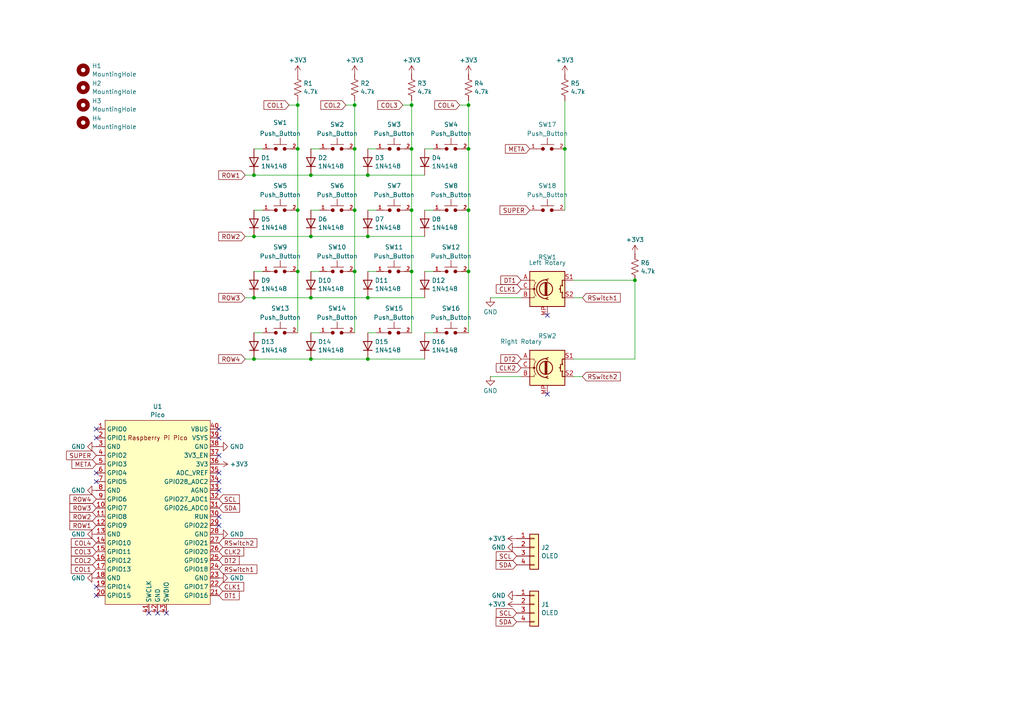
<source format=kicad_sch>
(kicad_sch
	(version 20250114)
	(generator "eeschema")
	(generator_version "9.0")
	(uuid "14540bc8-aaff-4cc3-82f9-60f1f6c04461")
	(paper "A4")
	(lib_symbols
		(symbol "Connector_Generic:Conn_01x04"
			(pin_names
				(offset 1.016)
				(hide yes)
			)
			(exclude_from_sim no)
			(in_bom yes)
			(on_board yes)
			(property "Reference" "J"
				(at 0 5.08 0)
				(effects
					(font
						(size 1.27 1.27)
					)
				)
			)
			(property "Value" "Conn_01x04"
				(at 0 -7.62 0)
				(effects
					(font
						(size 1.27 1.27)
					)
				)
			)
			(property "Footprint" ""
				(at 0 0 0)
				(effects
					(font
						(size 1.27 1.27)
					)
					(hide yes)
				)
			)
			(property "Datasheet" "~"
				(at 0 0 0)
				(effects
					(font
						(size 1.27 1.27)
					)
					(hide yes)
				)
			)
			(property "Description" "Generic connector, single row, 01x04, script generated (kicad-library-utils/schlib/autogen/connector/)"
				(at 0 0 0)
				(effects
					(font
						(size 1.27 1.27)
					)
					(hide yes)
				)
			)
			(property "ki_keywords" "connector"
				(at 0 0 0)
				(effects
					(font
						(size 1.27 1.27)
					)
					(hide yes)
				)
			)
			(property "ki_fp_filters" "Connector*:*_1x??_*"
				(at 0 0 0)
				(effects
					(font
						(size 1.27 1.27)
					)
					(hide yes)
				)
			)
			(symbol "Conn_01x04_1_1"
				(rectangle
					(start -1.27 3.81)
					(end 1.27 -6.35)
					(stroke
						(width 0.254)
						(type default)
					)
					(fill
						(type background)
					)
				)
				(rectangle
					(start -1.27 2.667)
					(end 0 2.413)
					(stroke
						(width 0.1524)
						(type default)
					)
					(fill
						(type none)
					)
				)
				(rectangle
					(start -1.27 0.127)
					(end 0 -0.127)
					(stroke
						(width 0.1524)
						(type default)
					)
					(fill
						(type none)
					)
				)
				(rectangle
					(start -1.27 -2.413)
					(end 0 -2.667)
					(stroke
						(width 0.1524)
						(type default)
					)
					(fill
						(type none)
					)
				)
				(rectangle
					(start -1.27 -4.953)
					(end 0 -5.207)
					(stroke
						(width 0.1524)
						(type default)
					)
					(fill
						(type none)
					)
				)
				(pin passive line
					(at -5.08 2.54 0)
					(length 3.81)
					(name "Pin_1"
						(effects
							(font
								(size 1.27 1.27)
							)
						)
					)
					(number "1"
						(effects
							(font
								(size 1.27 1.27)
							)
						)
					)
				)
				(pin passive line
					(at -5.08 0 0)
					(length 3.81)
					(name "Pin_2"
						(effects
							(font
								(size 1.27 1.27)
							)
						)
					)
					(number "2"
						(effects
							(font
								(size 1.27 1.27)
							)
						)
					)
				)
				(pin passive line
					(at -5.08 -2.54 0)
					(length 3.81)
					(name "Pin_3"
						(effects
							(font
								(size 1.27 1.27)
							)
						)
					)
					(number "3"
						(effects
							(font
								(size 1.27 1.27)
							)
						)
					)
				)
				(pin passive line
					(at -5.08 -5.08 0)
					(length 3.81)
					(name "Pin_4"
						(effects
							(font
								(size 1.27 1.27)
							)
						)
					)
					(number "4"
						(effects
							(font
								(size 1.27 1.27)
							)
						)
					)
				)
			)
			(embedded_fonts no)
		)
		(symbol "Device:D"
			(pin_numbers
				(hide yes)
			)
			(pin_names
				(offset 1.016)
				(hide yes)
			)
			(exclude_from_sim no)
			(in_bom yes)
			(on_board yes)
			(property "Reference" "D"
				(at 0 2.54 0)
				(effects
					(font
						(size 1.27 1.27)
					)
				)
			)
			(property "Value" "D"
				(at 0 -2.54 0)
				(effects
					(font
						(size 1.27 1.27)
					)
				)
			)
			(property "Footprint" ""
				(at 0 0 0)
				(effects
					(font
						(size 1.27 1.27)
					)
					(hide yes)
				)
			)
			(property "Datasheet" "~"
				(at 0 0 0)
				(effects
					(font
						(size 1.27 1.27)
					)
					(hide yes)
				)
			)
			(property "Description" "Diode"
				(at 0 0 0)
				(effects
					(font
						(size 1.27 1.27)
					)
					(hide yes)
				)
			)
			(property "Sim.Device" "D"
				(at 0 0 0)
				(effects
					(font
						(size 1.27 1.27)
					)
					(hide yes)
				)
			)
			(property "Sim.Pins" "1=K 2=A"
				(at 0 0 0)
				(effects
					(font
						(size 1.27 1.27)
					)
					(hide yes)
				)
			)
			(property "ki_keywords" "diode"
				(at 0 0 0)
				(effects
					(font
						(size 1.27 1.27)
					)
					(hide yes)
				)
			)
			(property "ki_fp_filters" "TO-???* *_Diode_* *SingleDiode* D_*"
				(at 0 0 0)
				(effects
					(font
						(size 1.27 1.27)
					)
					(hide yes)
				)
			)
			(symbol "D_0_1"
				(polyline
					(pts
						(xy -1.27 1.27) (xy -1.27 -1.27)
					)
					(stroke
						(width 0.254)
						(type default)
					)
					(fill
						(type none)
					)
				)
				(polyline
					(pts
						(xy 1.27 1.27) (xy 1.27 -1.27) (xy -1.27 0) (xy 1.27 1.27)
					)
					(stroke
						(width 0.254)
						(type default)
					)
					(fill
						(type none)
					)
				)
				(polyline
					(pts
						(xy 1.27 0) (xy -1.27 0)
					)
					(stroke
						(width 0)
						(type default)
					)
					(fill
						(type none)
					)
				)
			)
			(symbol "D_1_1"
				(pin passive line
					(at -3.81 0 0)
					(length 2.54)
					(name "K"
						(effects
							(font
								(size 1.27 1.27)
							)
						)
					)
					(number "1"
						(effects
							(font
								(size 1.27 1.27)
							)
						)
					)
				)
				(pin passive line
					(at 3.81 0 180)
					(length 2.54)
					(name "A"
						(effects
							(font
								(size 1.27 1.27)
							)
						)
					)
					(number "2"
						(effects
							(font
								(size 1.27 1.27)
							)
						)
					)
				)
			)
			(embedded_fonts no)
		)
		(symbol "Device:R_US"
			(pin_numbers
				(hide yes)
			)
			(pin_names
				(offset 0)
			)
			(exclude_from_sim no)
			(in_bom yes)
			(on_board yes)
			(property "Reference" "R"
				(at 2.54 0 90)
				(effects
					(font
						(size 1.27 1.27)
					)
				)
			)
			(property "Value" "R_US"
				(at -2.54 0 90)
				(effects
					(font
						(size 1.27 1.27)
					)
				)
			)
			(property "Footprint" ""
				(at 1.016 -0.254 90)
				(effects
					(font
						(size 1.27 1.27)
					)
					(hide yes)
				)
			)
			(property "Datasheet" "~"
				(at 0 0 0)
				(effects
					(font
						(size 1.27 1.27)
					)
					(hide yes)
				)
			)
			(property "Description" "Resistor, US symbol"
				(at 0 0 0)
				(effects
					(font
						(size 1.27 1.27)
					)
					(hide yes)
				)
			)
			(property "ki_keywords" "R res resistor"
				(at 0 0 0)
				(effects
					(font
						(size 1.27 1.27)
					)
					(hide yes)
				)
			)
			(property "ki_fp_filters" "R_*"
				(at 0 0 0)
				(effects
					(font
						(size 1.27 1.27)
					)
					(hide yes)
				)
			)
			(symbol "R_US_0_1"
				(polyline
					(pts
						(xy 0 2.286) (xy 0 2.54)
					)
					(stroke
						(width 0)
						(type default)
					)
					(fill
						(type none)
					)
				)
				(polyline
					(pts
						(xy 0 2.286) (xy 1.016 1.905) (xy 0 1.524) (xy -1.016 1.143) (xy 0 0.762)
					)
					(stroke
						(width 0)
						(type default)
					)
					(fill
						(type none)
					)
				)
				(polyline
					(pts
						(xy 0 0.762) (xy 1.016 0.381) (xy 0 0) (xy -1.016 -0.381) (xy 0 -0.762)
					)
					(stroke
						(width 0)
						(type default)
					)
					(fill
						(type none)
					)
				)
				(polyline
					(pts
						(xy 0 -0.762) (xy 1.016 -1.143) (xy 0 -1.524) (xy -1.016 -1.905) (xy 0 -2.286)
					)
					(stroke
						(width 0)
						(type default)
					)
					(fill
						(type none)
					)
				)
				(polyline
					(pts
						(xy 0 -2.286) (xy 0 -2.54)
					)
					(stroke
						(width 0)
						(type default)
					)
					(fill
						(type none)
					)
				)
			)
			(symbol "R_US_1_1"
				(pin passive line
					(at 0 3.81 270)
					(length 1.27)
					(name "~"
						(effects
							(font
								(size 1.27 1.27)
							)
						)
					)
					(number "1"
						(effects
							(font
								(size 1.27 1.27)
							)
						)
					)
				)
				(pin passive line
					(at 0 -3.81 90)
					(length 1.27)
					(name "~"
						(effects
							(font
								(size 1.27 1.27)
							)
						)
					)
					(number "2"
						(effects
							(font
								(size 1.27 1.27)
							)
						)
					)
				)
			)
			(embedded_fonts no)
		)
		(symbol "Device:RotaryEncoder_Switch_MP"
			(pin_names
				(offset 0.254)
				(hide yes)
			)
			(exclude_from_sim no)
			(in_bom yes)
			(on_board yes)
			(property "Reference" "SW"
				(at 0 8.89 0)
				(effects
					(font
						(size 1.27 1.27)
					)
				)
			)
			(property "Value" "RotaryEncoder_Switch_MP"
				(at 0 6.35 0)
				(effects
					(font
						(size 1.27 1.27)
					)
				)
			)
			(property "Footprint" ""
				(at -3.81 4.064 0)
				(effects
					(font
						(size 1.27 1.27)
					)
					(hide yes)
				)
			)
			(property "Datasheet" "~"
				(at 0 -12.7 0)
				(effects
					(font
						(size 1.27 1.27)
					)
					(hide yes)
				)
			)
			(property "Description" "Rotary encoder, dual channel, incremental quadrate outputs, with switch and MP Pin"
				(at 0 -15.24 0)
				(effects
					(font
						(size 1.27 1.27)
					)
					(hide yes)
				)
			)
			(property "ki_keywords" "rotary switch encoder switch push button"
				(at 0 0 0)
				(effects
					(font
						(size 1.27 1.27)
					)
					(hide yes)
				)
			)
			(property "ki_fp_filters" "RotaryEncoder*Switch*"
				(at 0 0 0)
				(effects
					(font
						(size 1.27 1.27)
					)
					(hide yes)
				)
			)
			(symbol "RotaryEncoder_Switch_MP_0_1"
				(rectangle
					(start -5.08 5.08)
					(end 5.08 -5.08)
					(stroke
						(width 0.254)
						(type default)
					)
					(fill
						(type background)
					)
				)
				(polyline
					(pts
						(xy -5.08 2.54) (xy -3.81 2.54) (xy -3.81 2.032)
					)
					(stroke
						(width 0)
						(type default)
					)
					(fill
						(type none)
					)
				)
				(polyline
					(pts
						(xy -5.08 0) (xy -3.81 0) (xy -3.81 -1.016) (xy -3.302 -2.032)
					)
					(stroke
						(width 0)
						(type default)
					)
					(fill
						(type none)
					)
				)
				(polyline
					(pts
						(xy -5.08 -2.54) (xy -3.81 -2.54) (xy -3.81 -2.032)
					)
					(stroke
						(width 0)
						(type default)
					)
					(fill
						(type none)
					)
				)
				(polyline
					(pts
						(xy -4.318 0) (xy -3.81 0) (xy -3.81 1.016) (xy -3.302 2.032)
					)
					(stroke
						(width 0)
						(type default)
					)
					(fill
						(type none)
					)
				)
				(circle
					(center -3.81 0)
					(radius 0.254)
					(stroke
						(width 0)
						(type default)
					)
					(fill
						(type outline)
					)
				)
				(polyline
					(pts
						(xy -0.635 -1.778) (xy -0.635 1.778)
					)
					(stroke
						(width 0.254)
						(type default)
					)
					(fill
						(type none)
					)
				)
				(circle
					(center -0.381 0)
					(radius 1.905)
					(stroke
						(width 0.254)
						(type default)
					)
					(fill
						(type none)
					)
				)
				(polyline
					(pts
						(xy -0.381 -1.778) (xy -0.381 1.778)
					)
					(stroke
						(width 0.254)
						(type default)
					)
					(fill
						(type none)
					)
				)
				(arc
					(start -0.381 -2.794)
					(mid -3.0988 -0.0635)
					(end -0.381 2.667)
					(stroke
						(width 0.254)
						(type default)
					)
					(fill
						(type none)
					)
				)
				(polyline
					(pts
						(xy -0.127 1.778) (xy -0.127 -1.778)
					)
					(stroke
						(width 0.254)
						(type default)
					)
					(fill
						(type none)
					)
				)
				(polyline
					(pts
						(xy 0.254 2.921) (xy -0.508 2.667) (xy 0.127 2.286)
					)
					(stroke
						(width 0.254)
						(type default)
					)
					(fill
						(type none)
					)
				)
				(polyline
					(pts
						(xy 0.254 -3.048) (xy -0.508 -2.794) (xy 0.127 -2.413)
					)
					(stroke
						(width 0.254)
						(type default)
					)
					(fill
						(type none)
					)
				)
				(polyline
					(pts
						(xy 3.81 1.016) (xy 3.81 -1.016)
					)
					(stroke
						(width 0.254)
						(type default)
					)
					(fill
						(type none)
					)
				)
				(polyline
					(pts
						(xy 3.81 0) (xy 3.429 0)
					)
					(stroke
						(width 0.254)
						(type default)
					)
					(fill
						(type none)
					)
				)
				(circle
					(center 4.318 1.016)
					(radius 0.127)
					(stroke
						(width 0.254)
						(type default)
					)
					(fill
						(type none)
					)
				)
				(circle
					(center 4.318 -1.016)
					(radius 0.127)
					(stroke
						(width 0.254)
						(type default)
					)
					(fill
						(type none)
					)
				)
				(polyline
					(pts
						(xy 5.08 2.54) (xy 4.318 2.54) (xy 4.318 1.016)
					)
					(stroke
						(width 0.254)
						(type default)
					)
					(fill
						(type none)
					)
				)
				(polyline
					(pts
						(xy 5.08 -2.54) (xy 4.318 -2.54) (xy 4.318 -1.016)
					)
					(stroke
						(width 0.254)
						(type default)
					)
					(fill
						(type none)
					)
				)
			)
			(symbol "RotaryEncoder_Switch_MP_1_1"
				(pin passive line
					(at -7.62 2.54 0)
					(length 2.54)
					(name "A"
						(effects
							(font
								(size 1.27 1.27)
							)
						)
					)
					(number "A"
						(effects
							(font
								(size 1.27 1.27)
							)
						)
					)
				)
				(pin passive line
					(at -7.62 0 0)
					(length 2.54)
					(name "C"
						(effects
							(font
								(size 1.27 1.27)
							)
						)
					)
					(number "C"
						(effects
							(font
								(size 1.27 1.27)
							)
						)
					)
				)
				(pin passive line
					(at -7.62 -2.54 0)
					(length 2.54)
					(name "B"
						(effects
							(font
								(size 1.27 1.27)
							)
						)
					)
					(number "B"
						(effects
							(font
								(size 1.27 1.27)
							)
						)
					)
				)
				(pin passive line
					(at 0 -7.62 90)
					(length 2.54)
					(name "MP"
						(effects
							(font
								(size 1.27 1.27)
							)
						)
					)
					(number "MP"
						(effects
							(font
								(size 1.27 1.27)
							)
						)
					)
				)
				(pin passive line
					(at 7.62 2.54 180)
					(length 2.54)
					(name "S1"
						(effects
							(font
								(size 1.27 1.27)
							)
						)
					)
					(number "S1"
						(effects
							(font
								(size 1.27 1.27)
							)
						)
					)
				)
				(pin passive line
					(at 7.62 -2.54 180)
					(length 2.54)
					(name "S2"
						(effects
							(font
								(size 1.27 1.27)
							)
						)
					)
					(number "S2"
						(effects
							(font
								(size 1.27 1.27)
							)
						)
					)
				)
			)
			(embedded_fonts no)
		)
		(symbol "MCU_RaspberryPi_and_Boards:Pico"
			(exclude_from_sim no)
			(in_bom yes)
			(on_board yes)
			(property "Reference" "U"
				(at -13.97 27.94 0)
				(effects
					(font
						(size 1.27 1.27)
					)
				)
			)
			(property "Value" "Pico"
				(at 0 19.05 0)
				(effects
					(font
						(size 1.27 1.27)
					)
				)
			)
			(property "Footprint" "RPi_Pico:RPi_Pico_SMD_TH"
				(at 0 0 90)
				(effects
					(font
						(size 1.27 1.27)
					)
					(hide yes)
				)
			)
			(property "Datasheet" ""
				(at 0 0 0)
				(effects
					(font
						(size 1.27 1.27)
					)
					(hide yes)
				)
			)
			(property "Description" ""
				(at 0 0 0)
				(effects
					(font
						(size 1.27 1.27)
					)
					(hide yes)
				)
			)
			(symbol "Pico_0_0"
				(text "Raspberry Pi Pico"
					(at 0 21.59 0)
					(effects
						(font
							(size 1.27 1.27)
						)
					)
				)
			)
			(symbol "Pico_0_1"
				(rectangle
					(start -15.24 26.67)
					(end 15.24 -26.67)
					(stroke
						(width 0)
						(type default)
					)
					(fill
						(type background)
					)
				)
			)
			(symbol "Pico_1_1"
				(pin bidirectional line
					(at -17.78 24.13 0)
					(length 2.54)
					(name "GPIO0"
						(effects
							(font
								(size 1.27 1.27)
							)
						)
					)
					(number "1"
						(effects
							(font
								(size 1.27 1.27)
							)
						)
					)
				)
				(pin bidirectional line
					(at -17.78 21.59 0)
					(length 2.54)
					(name "GPIO1"
						(effects
							(font
								(size 1.27 1.27)
							)
						)
					)
					(number "2"
						(effects
							(font
								(size 1.27 1.27)
							)
						)
					)
				)
				(pin power_in line
					(at -17.78 19.05 0)
					(length 2.54)
					(name "GND"
						(effects
							(font
								(size 1.27 1.27)
							)
						)
					)
					(number "3"
						(effects
							(font
								(size 1.27 1.27)
							)
						)
					)
				)
				(pin bidirectional line
					(at -17.78 16.51 0)
					(length 2.54)
					(name "GPIO2"
						(effects
							(font
								(size 1.27 1.27)
							)
						)
					)
					(number "4"
						(effects
							(font
								(size 1.27 1.27)
							)
						)
					)
				)
				(pin bidirectional line
					(at -17.78 13.97 0)
					(length 2.54)
					(name "GPIO3"
						(effects
							(font
								(size 1.27 1.27)
							)
						)
					)
					(number "5"
						(effects
							(font
								(size 1.27 1.27)
							)
						)
					)
				)
				(pin bidirectional line
					(at -17.78 11.43 0)
					(length 2.54)
					(name "GPIO4"
						(effects
							(font
								(size 1.27 1.27)
							)
						)
					)
					(number "6"
						(effects
							(font
								(size 1.27 1.27)
							)
						)
					)
				)
				(pin bidirectional line
					(at -17.78 8.89 0)
					(length 2.54)
					(name "GPIO5"
						(effects
							(font
								(size 1.27 1.27)
							)
						)
					)
					(number "7"
						(effects
							(font
								(size 1.27 1.27)
							)
						)
					)
				)
				(pin power_in line
					(at -17.78 6.35 0)
					(length 2.54)
					(name "GND"
						(effects
							(font
								(size 1.27 1.27)
							)
						)
					)
					(number "8"
						(effects
							(font
								(size 1.27 1.27)
							)
						)
					)
				)
				(pin bidirectional line
					(at -17.78 3.81 0)
					(length 2.54)
					(name "GPIO6"
						(effects
							(font
								(size 1.27 1.27)
							)
						)
					)
					(number "9"
						(effects
							(font
								(size 1.27 1.27)
							)
						)
					)
				)
				(pin bidirectional line
					(at -17.78 1.27 0)
					(length 2.54)
					(name "GPIO7"
						(effects
							(font
								(size 1.27 1.27)
							)
						)
					)
					(number "10"
						(effects
							(font
								(size 1.27 1.27)
							)
						)
					)
				)
				(pin bidirectional line
					(at -17.78 -1.27 0)
					(length 2.54)
					(name "GPIO8"
						(effects
							(font
								(size 1.27 1.27)
							)
						)
					)
					(number "11"
						(effects
							(font
								(size 1.27 1.27)
							)
						)
					)
				)
				(pin bidirectional line
					(at -17.78 -3.81 0)
					(length 2.54)
					(name "GPIO9"
						(effects
							(font
								(size 1.27 1.27)
							)
						)
					)
					(number "12"
						(effects
							(font
								(size 1.27 1.27)
							)
						)
					)
				)
				(pin power_in line
					(at -17.78 -6.35 0)
					(length 2.54)
					(name "GND"
						(effects
							(font
								(size 1.27 1.27)
							)
						)
					)
					(number "13"
						(effects
							(font
								(size 1.27 1.27)
							)
						)
					)
				)
				(pin bidirectional line
					(at -17.78 -8.89 0)
					(length 2.54)
					(name "GPIO10"
						(effects
							(font
								(size 1.27 1.27)
							)
						)
					)
					(number "14"
						(effects
							(font
								(size 1.27 1.27)
							)
						)
					)
				)
				(pin bidirectional line
					(at -17.78 -11.43 0)
					(length 2.54)
					(name "GPIO11"
						(effects
							(font
								(size 1.27 1.27)
							)
						)
					)
					(number "15"
						(effects
							(font
								(size 1.27 1.27)
							)
						)
					)
				)
				(pin bidirectional line
					(at -17.78 -13.97 0)
					(length 2.54)
					(name "GPIO12"
						(effects
							(font
								(size 1.27 1.27)
							)
						)
					)
					(number "16"
						(effects
							(font
								(size 1.27 1.27)
							)
						)
					)
				)
				(pin bidirectional line
					(at -17.78 -16.51 0)
					(length 2.54)
					(name "GPIO13"
						(effects
							(font
								(size 1.27 1.27)
							)
						)
					)
					(number "17"
						(effects
							(font
								(size 1.27 1.27)
							)
						)
					)
				)
				(pin power_in line
					(at -17.78 -19.05 0)
					(length 2.54)
					(name "GND"
						(effects
							(font
								(size 1.27 1.27)
							)
						)
					)
					(number "18"
						(effects
							(font
								(size 1.27 1.27)
							)
						)
					)
				)
				(pin bidirectional line
					(at -17.78 -21.59 0)
					(length 2.54)
					(name "GPIO14"
						(effects
							(font
								(size 1.27 1.27)
							)
						)
					)
					(number "19"
						(effects
							(font
								(size 1.27 1.27)
							)
						)
					)
				)
				(pin bidirectional line
					(at -17.78 -24.13 0)
					(length 2.54)
					(name "GPIO15"
						(effects
							(font
								(size 1.27 1.27)
							)
						)
					)
					(number "20"
						(effects
							(font
								(size 1.27 1.27)
							)
						)
					)
				)
				(pin input line
					(at -2.54 -29.21 90)
					(length 2.54)
					(name "SWCLK"
						(effects
							(font
								(size 1.27 1.27)
							)
						)
					)
					(number "41"
						(effects
							(font
								(size 1.27 1.27)
							)
						)
					)
				)
				(pin power_in line
					(at 0 -29.21 90)
					(length 2.54)
					(name "GND"
						(effects
							(font
								(size 1.27 1.27)
							)
						)
					)
					(number "42"
						(effects
							(font
								(size 1.27 1.27)
							)
						)
					)
				)
				(pin bidirectional line
					(at 2.54 -29.21 90)
					(length 2.54)
					(name "SWDIO"
						(effects
							(font
								(size 1.27 1.27)
							)
						)
					)
					(number "43"
						(effects
							(font
								(size 1.27 1.27)
							)
						)
					)
				)
				(pin power_in line
					(at 17.78 24.13 180)
					(length 2.54)
					(name "VBUS"
						(effects
							(font
								(size 1.27 1.27)
							)
						)
					)
					(number "40"
						(effects
							(font
								(size 1.27 1.27)
							)
						)
					)
				)
				(pin power_in line
					(at 17.78 21.59 180)
					(length 2.54)
					(name "VSYS"
						(effects
							(font
								(size 1.27 1.27)
							)
						)
					)
					(number "39"
						(effects
							(font
								(size 1.27 1.27)
							)
						)
					)
				)
				(pin bidirectional line
					(at 17.78 19.05 180)
					(length 2.54)
					(name "GND"
						(effects
							(font
								(size 1.27 1.27)
							)
						)
					)
					(number "38"
						(effects
							(font
								(size 1.27 1.27)
							)
						)
					)
				)
				(pin input line
					(at 17.78 16.51 180)
					(length 2.54)
					(name "3V3_EN"
						(effects
							(font
								(size 1.27 1.27)
							)
						)
					)
					(number "37"
						(effects
							(font
								(size 1.27 1.27)
							)
						)
					)
				)
				(pin power_in line
					(at 17.78 13.97 180)
					(length 2.54)
					(name "3V3"
						(effects
							(font
								(size 1.27 1.27)
							)
						)
					)
					(number "36"
						(effects
							(font
								(size 1.27 1.27)
							)
						)
					)
				)
				(pin power_in line
					(at 17.78 11.43 180)
					(length 2.54)
					(name "ADC_VREF"
						(effects
							(font
								(size 1.27 1.27)
							)
						)
					)
					(number "35"
						(effects
							(font
								(size 1.27 1.27)
							)
						)
					)
				)
				(pin bidirectional line
					(at 17.78 8.89 180)
					(length 2.54)
					(name "GPIO28_ADC2"
						(effects
							(font
								(size 1.27 1.27)
							)
						)
					)
					(number "34"
						(effects
							(font
								(size 1.27 1.27)
							)
						)
					)
				)
				(pin power_in line
					(at 17.78 6.35 180)
					(length 2.54)
					(name "AGND"
						(effects
							(font
								(size 1.27 1.27)
							)
						)
					)
					(number "33"
						(effects
							(font
								(size 1.27 1.27)
							)
						)
					)
				)
				(pin bidirectional line
					(at 17.78 3.81 180)
					(length 2.54)
					(name "GPIO27_ADC1"
						(effects
							(font
								(size 1.27 1.27)
							)
						)
					)
					(number "32"
						(effects
							(font
								(size 1.27 1.27)
							)
						)
					)
				)
				(pin bidirectional line
					(at 17.78 1.27 180)
					(length 2.54)
					(name "GPIO26_ADC0"
						(effects
							(font
								(size 1.27 1.27)
							)
						)
					)
					(number "31"
						(effects
							(font
								(size 1.27 1.27)
							)
						)
					)
				)
				(pin input line
					(at 17.78 -1.27 180)
					(length 2.54)
					(name "RUN"
						(effects
							(font
								(size 1.27 1.27)
							)
						)
					)
					(number "30"
						(effects
							(font
								(size 1.27 1.27)
							)
						)
					)
				)
				(pin bidirectional line
					(at 17.78 -3.81 180)
					(length 2.54)
					(name "GPIO22"
						(effects
							(font
								(size 1.27 1.27)
							)
						)
					)
					(number "29"
						(effects
							(font
								(size 1.27 1.27)
							)
						)
					)
				)
				(pin power_in line
					(at 17.78 -6.35 180)
					(length 2.54)
					(name "GND"
						(effects
							(font
								(size 1.27 1.27)
							)
						)
					)
					(number "28"
						(effects
							(font
								(size 1.27 1.27)
							)
						)
					)
				)
				(pin bidirectional line
					(at 17.78 -8.89 180)
					(length 2.54)
					(name "GPIO21"
						(effects
							(font
								(size 1.27 1.27)
							)
						)
					)
					(number "27"
						(effects
							(font
								(size 1.27 1.27)
							)
						)
					)
				)
				(pin bidirectional line
					(at 17.78 -11.43 180)
					(length 2.54)
					(name "GPIO20"
						(effects
							(font
								(size 1.27 1.27)
							)
						)
					)
					(number "26"
						(effects
							(font
								(size 1.27 1.27)
							)
						)
					)
				)
				(pin bidirectional line
					(at 17.78 -13.97 180)
					(length 2.54)
					(name "GPIO19"
						(effects
							(font
								(size 1.27 1.27)
							)
						)
					)
					(number "25"
						(effects
							(font
								(size 1.27 1.27)
							)
						)
					)
				)
				(pin bidirectional line
					(at 17.78 -16.51 180)
					(length 2.54)
					(name "GPIO18"
						(effects
							(font
								(size 1.27 1.27)
							)
						)
					)
					(number "24"
						(effects
							(font
								(size 1.27 1.27)
							)
						)
					)
				)
				(pin power_in line
					(at 17.78 -19.05 180)
					(length 2.54)
					(name "GND"
						(effects
							(font
								(size 1.27 1.27)
							)
						)
					)
					(number "23"
						(effects
							(font
								(size 1.27 1.27)
							)
						)
					)
				)
				(pin bidirectional line
					(at 17.78 -21.59 180)
					(length 2.54)
					(name "GPIO17"
						(effects
							(font
								(size 1.27 1.27)
							)
						)
					)
					(number "22"
						(effects
							(font
								(size 1.27 1.27)
							)
						)
					)
				)
				(pin bidirectional line
					(at 17.78 -24.13 180)
					(length 2.54)
					(name "GPIO16"
						(effects
							(font
								(size 1.27 1.27)
							)
						)
					)
					(number "21"
						(effects
							(font
								(size 1.27 1.27)
							)
						)
					)
				)
			)
			(embedded_fonts no)
		)
		(symbol "Mechanical:MountingHole"
			(pin_names
				(offset 1.016)
			)
			(exclude_from_sim yes)
			(in_bom no)
			(on_board yes)
			(property "Reference" "H"
				(at 0 5.08 0)
				(effects
					(font
						(size 1.27 1.27)
					)
				)
			)
			(property "Value" "MountingHole"
				(at 0 3.175 0)
				(effects
					(font
						(size 1.27 1.27)
					)
				)
			)
			(property "Footprint" ""
				(at 0 0 0)
				(effects
					(font
						(size 1.27 1.27)
					)
					(hide yes)
				)
			)
			(property "Datasheet" "~"
				(at 0 0 0)
				(effects
					(font
						(size 1.27 1.27)
					)
					(hide yes)
				)
			)
			(property "Description" "Mounting Hole without connection"
				(at 0 0 0)
				(effects
					(font
						(size 1.27 1.27)
					)
					(hide yes)
				)
			)
			(property "ki_keywords" "mounting hole"
				(at 0 0 0)
				(effects
					(font
						(size 1.27 1.27)
					)
					(hide yes)
				)
			)
			(property "ki_fp_filters" "MountingHole*"
				(at 0 0 0)
				(effects
					(font
						(size 1.27 1.27)
					)
					(hide yes)
				)
			)
			(symbol "MountingHole_0_1"
				(circle
					(center 0 0)
					(radius 1.27)
					(stroke
						(width 1.27)
						(type default)
					)
					(fill
						(type none)
					)
				)
			)
			(embedded_fonts no)
		)
		(symbol "PCM_SL_Devices:Push_Button"
			(exclude_from_sim no)
			(in_bom yes)
			(on_board yes)
			(property "Reference" "SW"
				(at 0 6.35 0)
				(effects
					(font
						(size 1.27 1.27)
					)
				)
			)
			(property "Value" "Push_Button"
				(at 0 4.445 0)
				(effects
					(font
						(size 1.27 1.27)
					)
				)
			)
			(property "Footprint" "Button_Switch_THT:SW_PUSH_6mm"
				(at -0.127 -3.175 0)
				(effects
					(font
						(size 1.27 1.27)
					)
					(hide yes)
				)
			)
			(property "Datasheet" ""
				(at 0 0 0)
				(effects
					(font
						(size 1.27 1.27)
					)
					(hide yes)
				)
			)
			(property "Description" "Common 6mmx6mm Push Button"
				(at 0 0 0)
				(effects
					(font
						(size 1.27 1.27)
					)
					(hide yes)
				)
			)
			(property "ki_keywords" "Switch"
				(at 0 0 0)
				(effects
					(font
						(size 1.27 1.27)
					)
					(hide yes)
				)
			)
			(symbol "Push_Button_0_1"
				(polyline
					(pts
						(xy -3.175 0) (xy -1.778 0)
					)
					(stroke
						(width 0)
						(type default)
					)
					(fill
						(type none)
					)
				)
				(polyline
					(pts
						(xy -1.905 1.27) (xy 1.905 1.27)
					)
					(stroke
						(width 0)
						(type default)
					)
					(fill
						(type none)
					)
				)
				(circle
					(center -1.27 0)
					(radius 0.4579)
					(stroke
						(width 0)
						(type default)
					)
					(fill
						(type outline)
					)
				)
				(polyline
					(pts
						(xy 0 1.27) (xy 0 3.175)
					)
					(stroke
						(width 0)
						(type default)
					)
					(fill
						(type none)
					)
				)
				(circle
					(center 1.27 0)
					(radius 0.4579)
					(stroke
						(width 0)
						(type default)
					)
					(fill
						(type outline)
					)
				)
				(polyline
					(pts
						(xy 1.778 0) (xy 3.175 0)
					)
					(stroke
						(width 0)
						(type default)
					)
					(fill
						(type none)
					)
				)
			)
			(symbol "Push_Button_1_1"
				(pin passive line
					(at -5.08 0 0)
					(length 2)
					(name ""
						(effects
							(font
								(size 1.27 1.27)
							)
						)
					)
					(number "1"
						(effects
							(font
								(size 1 1)
							)
						)
					)
				)
				(pin passive line
					(at 5.08 0 180)
					(length 2)
					(name ""
						(effects
							(font
								(size 1.27 1.27)
							)
						)
					)
					(number "2"
						(effects
							(font
								(size 1 1)
							)
						)
					)
				)
			)
			(embedded_fonts no)
		)
		(symbol "power:+3V3"
			(power)
			(pin_numbers
				(hide yes)
			)
			(pin_names
				(offset 0)
				(hide yes)
			)
			(exclude_from_sim no)
			(in_bom yes)
			(on_board yes)
			(property "Reference" "#PWR"
				(at 0 -3.81 0)
				(effects
					(font
						(size 1.27 1.27)
					)
					(hide yes)
				)
			)
			(property "Value" "+3V3"
				(at 0 3.556 0)
				(effects
					(font
						(size 1.27 1.27)
					)
				)
			)
			(property "Footprint" ""
				(at 0 0 0)
				(effects
					(font
						(size 1.27 1.27)
					)
					(hide yes)
				)
			)
			(property "Datasheet" ""
				(at 0 0 0)
				(effects
					(font
						(size 1.27 1.27)
					)
					(hide yes)
				)
			)
			(property "Description" "Power symbol creates a global label with name \"+3V3\""
				(at 0 0 0)
				(effects
					(font
						(size 1.27 1.27)
					)
					(hide yes)
				)
			)
			(property "ki_keywords" "global power"
				(at 0 0 0)
				(effects
					(font
						(size 1.27 1.27)
					)
					(hide yes)
				)
			)
			(symbol "+3V3_0_1"
				(polyline
					(pts
						(xy -0.762 1.27) (xy 0 2.54)
					)
					(stroke
						(width 0)
						(type default)
					)
					(fill
						(type none)
					)
				)
				(polyline
					(pts
						(xy 0 2.54) (xy 0.762 1.27)
					)
					(stroke
						(width 0)
						(type default)
					)
					(fill
						(type none)
					)
				)
				(polyline
					(pts
						(xy 0 0) (xy 0 2.54)
					)
					(stroke
						(width 0)
						(type default)
					)
					(fill
						(type none)
					)
				)
			)
			(symbol "+3V3_1_1"
				(pin power_in line
					(at 0 0 90)
					(length 0)
					(name "~"
						(effects
							(font
								(size 1.27 1.27)
							)
						)
					)
					(number "1"
						(effects
							(font
								(size 1.27 1.27)
							)
						)
					)
				)
			)
			(embedded_fonts no)
		)
		(symbol "power:GND"
			(power)
			(pin_numbers
				(hide yes)
			)
			(pin_names
				(offset 0)
				(hide yes)
			)
			(exclude_from_sim no)
			(in_bom yes)
			(on_board yes)
			(property "Reference" "#PWR"
				(at 0 -6.35 0)
				(effects
					(font
						(size 1.27 1.27)
					)
					(hide yes)
				)
			)
			(property "Value" "GND"
				(at 0 -3.81 0)
				(effects
					(font
						(size 1.27 1.27)
					)
				)
			)
			(property "Footprint" ""
				(at 0 0 0)
				(effects
					(font
						(size 1.27 1.27)
					)
					(hide yes)
				)
			)
			(property "Datasheet" ""
				(at 0 0 0)
				(effects
					(font
						(size 1.27 1.27)
					)
					(hide yes)
				)
			)
			(property "Description" "Power symbol creates a global label with name \"GND\" , ground"
				(at 0 0 0)
				(effects
					(font
						(size 1.27 1.27)
					)
					(hide yes)
				)
			)
			(property "ki_keywords" "global power"
				(at 0 0 0)
				(effects
					(font
						(size 1.27 1.27)
					)
					(hide yes)
				)
			)
			(symbol "GND_0_1"
				(polyline
					(pts
						(xy 0 0) (xy 0 -1.27) (xy 1.27 -1.27) (xy 0 -2.54) (xy -1.27 -1.27) (xy 0 -1.27)
					)
					(stroke
						(width 0)
						(type default)
					)
					(fill
						(type none)
					)
				)
			)
			(symbol "GND_1_1"
				(pin power_in line
					(at 0 0 270)
					(length 0)
					(name "~"
						(effects
							(font
								(size 1.27 1.27)
							)
						)
					)
					(number "1"
						(effects
							(font
								(size 1.27 1.27)
							)
						)
					)
				)
			)
			(embedded_fonts no)
		)
	)
	(junction
		(at 106.68 68.58)
		(diameter 0)
		(color 0 0 0 0)
		(uuid "00620095-7423-444a-b35a-999232946684")
	)
	(junction
		(at 102.87 60.96)
		(diameter 0)
		(color 0 0 0 0)
		(uuid "044156d1-818f-42ff-9f44-85641a1798c9")
	)
	(junction
		(at 86.36 30.48)
		(diameter 0)
		(color 0 0 0 0)
		(uuid "0f3827bc-96b5-4a8d-9af8-3e68b515425b")
	)
	(junction
		(at 135.89 60.96)
		(diameter 0)
		(color 0 0 0 0)
		(uuid "10d146bc-2567-4adb-83f7-30828c90d5ec")
	)
	(junction
		(at 119.38 78.74)
		(diameter 0)
		(color 0 0 0 0)
		(uuid "16260315-161b-4640-afe1-43515c174cd5")
	)
	(junction
		(at 86.36 43.18)
		(diameter 0)
		(color 0 0 0 0)
		(uuid "16e11c35-eb1e-4c43-a836-8f50d4ff79a3")
	)
	(junction
		(at 73.66 86.36)
		(diameter 0)
		(color 0 0 0 0)
		(uuid "181bc412-383e-42eb-90bc-42c70acdcf22")
	)
	(junction
		(at 119.38 60.96)
		(diameter 0)
		(color 0 0 0 0)
		(uuid "207a8c0d-05b5-45e1-93d9-35806afaa2b9")
	)
	(junction
		(at 102.87 30.48)
		(diameter 0)
		(color 0 0 0 0)
		(uuid "2cc6e28e-3c8a-433a-85ae-d0d535188c21")
	)
	(junction
		(at 135.89 30.48)
		(diameter 0)
		(color 0 0 0 0)
		(uuid "37aa29fa-92a2-44bf-aa0d-4d4df32aaaa3")
	)
	(junction
		(at 102.87 43.18)
		(diameter 0)
		(color 0 0 0 0)
		(uuid "38ba5108-2ea5-4529-b688-a5008753ee56")
	)
	(junction
		(at 119.38 43.18)
		(diameter 0)
		(color 0 0 0 0)
		(uuid "408d4ae7-20c0-484e-8ecb-dfc53494b09b")
	)
	(junction
		(at 106.68 50.8)
		(diameter 0)
		(color 0 0 0 0)
		(uuid "448b679c-af4c-47b8-9e63-317ef5cbe880")
	)
	(junction
		(at 106.68 104.14)
		(diameter 0)
		(color 0 0 0 0)
		(uuid "45c7d45c-a9ac-499e-abda-500649dc3f45")
	)
	(junction
		(at 90.17 50.8)
		(diameter 0)
		(color 0 0 0 0)
		(uuid "49223433-8640-408e-876b-697191a64333")
	)
	(junction
		(at 135.89 43.18)
		(diameter 0)
		(color 0 0 0 0)
		(uuid "53aac30d-ac29-40a7-986d-218c34d407f2")
	)
	(junction
		(at 135.89 78.74)
		(diameter 0)
		(color 0 0 0 0)
		(uuid "59358815-e650-46ca-a6cc-94e35f227be0")
	)
	(junction
		(at 90.17 104.14)
		(diameter 0)
		(color 0 0 0 0)
		(uuid "72ed5796-398e-4f20-84e8-877df43579b8")
	)
	(junction
		(at 106.68 86.36)
		(diameter 0)
		(color 0 0 0 0)
		(uuid "855247d7-ef06-4928-84b9-ef5ac00ef484")
	)
	(junction
		(at 73.66 50.8)
		(diameter 0)
		(color 0 0 0 0)
		(uuid "8afdb8fe-1cd0-4efa-a58c-712237fa535a")
	)
	(junction
		(at 102.87 78.74)
		(diameter 0)
		(color 0 0 0 0)
		(uuid "8cd437c5-aeed-4e87-ab5e-2a9b592006d0")
	)
	(junction
		(at 90.17 86.36)
		(diameter 0)
		(color 0 0 0 0)
		(uuid "92d3cccc-c360-453d-9e53-cf38936c69b5")
	)
	(junction
		(at 73.66 104.14)
		(diameter 0)
		(color 0 0 0 0)
		(uuid "a1780433-1c20-49d7-b686-03fb3ba256fe")
	)
	(junction
		(at 73.66 68.58)
		(diameter 0)
		(color 0 0 0 0)
		(uuid "a9701a61-6c87-4588-a5f2-e80144cb4d32")
	)
	(junction
		(at 86.36 78.74)
		(diameter 0)
		(color 0 0 0 0)
		(uuid "b66ea449-e7dc-43ec-88af-3b952ca1b1ba")
	)
	(junction
		(at 163.83 43.18)
		(diameter 0)
		(color 0 0 0 0)
		(uuid "c5f62eac-cb61-4ded-9875-f98a33932a48")
	)
	(junction
		(at 184.15 81.28)
		(diameter 0)
		(color 0 0 0 0)
		(uuid "c6d835dc-d4c5-47cd-a00e-f6bdd52192bb")
	)
	(junction
		(at 86.36 60.96)
		(diameter 0)
		(color 0 0 0 0)
		(uuid "ea0ff868-4739-4a39-878d-e35927bded87")
	)
	(junction
		(at 90.17 68.58)
		(diameter 0)
		(color 0 0 0 0)
		(uuid "fd684847-3fbb-46c5-98a8-24bc1708b38d")
	)
	(junction
		(at 119.38 30.48)
		(diameter 0)
		(color 0 0 0 0)
		(uuid "fe533d07-8d1d-4048-92b0-b758b70dc9a0")
	)
	(no_connect
		(at 27.94 127)
		(uuid "11e4b6fa-1eb9-42b8-867f-89e0c455dc88")
	)
	(no_connect
		(at 48.26 177.8)
		(uuid "35f5793d-abb8-4db2-9604-e152c774317d")
	)
	(no_connect
		(at 63.5 127)
		(uuid "42d23fdc-116b-414f-9113-64040703be37")
	)
	(no_connect
		(at 63.5 137.16)
		(uuid "5b2773ad-2218-48d9-aa4e-d958e45ffac9")
	)
	(no_connect
		(at 27.94 170.18)
		(uuid "69b4b5ca-709c-4cba-bcb3-9802c214fdb0")
	)
	(no_connect
		(at 27.94 137.16)
		(uuid "6a38c06f-489d-4595-a1f0-d370263e4595")
	)
	(no_connect
		(at 63.5 139.7)
		(uuid "862832b3-3dc4-4599-aa2d-a8fe2510ebcf")
	)
	(no_connect
		(at 158.75 114.3)
		(uuid "8827aede-4be2-46f0-afb6-48abaae5a3cf")
	)
	(no_connect
		(at 27.94 124.46)
		(uuid "95c1ffd8-ec1e-417d-95b2-d1f9f949077f")
	)
	(no_connect
		(at 27.94 139.7)
		(uuid "a76dbfad-ef83-4a0e-90fd-2103804202d0")
	)
	(no_connect
		(at 158.75 91.44)
		(uuid "aaa762df-fa21-46e9-b1a0-c78fd5ce57bc")
	)
	(no_connect
		(at 63.5 142.24)
		(uuid "b2d4f54a-e98a-40d2-bf91-7164a16f4e69")
	)
	(no_connect
		(at 43.18 177.8)
		(uuid "bf236262-370d-4207-a6dd-519abf86eb16")
	)
	(no_connect
		(at 63.5 152.4)
		(uuid "c16e25e7-0715-4a9c-8e9e-f89f0fc66b6a")
	)
	(no_connect
		(at 45.72 177.8)
		(uuid "c6e12a06-2a9e-4cb2-b3d9-ecadae8a5536")
	)
	(no_connect
		(at 63.5 149.86)
		(uuid "ca3a2646-a530-4ac9-b244-0d2fda6df412")
	)
	(no_connect
		(at 63.5 124.46)
		(uuid "d47c5481-fd9a-4390-b8a7-28a6c20c9d80")
	)
	(no_connect
		(at 27.94 172.72)
		(uuid "e45dd45e-2b54-4179-aff9-2fd84c313a31")
	)
	(no_connect
		(at 63.5 132.08)
		(uuid "edcc542c-b887-463b-a4de-13d5cf49e8f0")
	)
	(wire
		(pts
			(xy 135.89 30.48) (xy 135.89 43.18)
		)
		(stroke
			(width 0)
			(type default)
		)
		(uuid "0062e01a-0649-4d16-a9d1-ca5adef30638")
	)
	(wire
		(pts
			(xy 73.66 104.14) (xy 90.17 104.14)
		)
		(stroke
			(width 0)
			(type default)
		)
		(uuid "08ef0b09-d177-4cd8-8b2e-2ac6340b57f5")
	)
	(wire
		(pts
			(xy 73.66 86.36) (xy 90.17 86.36)
		)
		(stroke
			(width 0)
			(type default)
		)
		(uuid "0952923b-dc32-4fcb-8ae1-aabadc2412cf")
	)
	(wire
		(pts
			(xy 184.15 104.14) (xy 184.15 81.28)
		)
		(stroke
			(width 0)
			(type default)
		)
		(uuid "0ab8c1c5-6948-4e05-ba29-4ae6544f0598")
	)
	(wire
		(pts
			(xy 119.38 78.74) (xy 119.38 96.52)
		)
		(stroke
			(width 0)
			(type default)
		)
		(uuid "0c3cb54f-7d19-477d-bdeb-89b011800a71")
	)
	(wire
		(pts
			(xy 119.38 43.18) (xy 119.38 60.96)
		)
		(stroke
			(width 0)
			(type default)
		)
		(uuid "0c8e4e5f-3245-475c-962f-43bccfcbad9b")
	)
	(wire
		(pts
			(xy 142.24 109.22) (xy 151.13 109.22)
		)
		(stroke
			(width 0)
			(type default)
		)
		(uuid "131a37dc-56b1-4847-bc6f-923e69b02c85")
	)
	(wire
		(pts
			(xy 135.89 43.18) (xy 135.89 60.96)
		)
		(stroke
			(width 0)
			(type default)
		)
		(uuid "1b364e9e-eb86-4b76-8a3e-36c5342b79db")
	)
	(wire
		(pts
			(xy 73.66 60.96) (xy 76.2 60.96)
		)
		(stroke
			(width 0)
			(type default)
		)
		(uuid "1bd3d1c8-b425-428c-87a7-620ad6bce91e")
	)
	(wire
		(pts
			(xy 102.87 78.74) (xy 102.87 96.52)
		)
		(stroke
			(width 0)
			(type default)
		)
		(uuid "1d1196a0-4d54-41c8-a6dd-cfc131a6b99a")
	)
	(wire
		(pts
			(xy 135.89 60.96) (xy 135.89 78.74)
		)
		(stroke
			(width 0)
			(type default)
		)
		(uuid "22925e66-4c46-4a72-9fd7-1e08aaef0420")
	)
	(wire
		(pts
			(xy 100.33 30.48) (xy 102.87 30.48)
		)
		(stroke
			(width 0)
			(type default)
		)
		(uuid "27bd35c8-ae7e-428a-bd8c-c04e3479d341")
	)
	(wire
		(pts
			(xy 86.36 43.18) (xy 86.36 60.96)
		)
		(stroke
			(width 0)
			(type default)
		)
		(uuid "2fcf929b-7733-4ac7-beef-f27abc18a55a")
	)
	(wire
		(pts
			(xy 90.17 68.58) (xy 106.68 68.58)
		)
		(stroke
			(width 0)
			(type default)
		)
		(uuid "301f098d-7f87-480e-8cd1-83f5763d2bb5")
	)
	(wire
		(pts
			(xy 123.19 96.52) (xy 125.73 96.52)
		)
		(stroke
			(width 0)
			(type default)
		)
		(uuid "30b624b5-1c52-4415-a2f9-ea2eb84c4f22")
	)
	(wire
		(pts
			(xy 71.12 68.58) (xy 73.66 68.58)
		)
		(stroke
			(width 0)
			(type default)
		)
		(uuid "31bef8d3-f7c3-41b3-a7df-94ed66e287dc")
	)
	(wire
		(pts
			(xy 106.68 78.74) (xy 109.22 78.74)
		)
		(stroke
			(width 0)
			(type default)
		)
		(uuid "3432602f-e4f4-4e5c-a41a-0ee0319be8cd")
	)
	(wire
		(pts
			(xy 102.87 43.18) (xy 102.87 60.96)
		)
		(stroke
			(width 0)
			(type default)
		)
		(uuid "37c5213e-284e-455a-925f-7c03df2f6fa7")
	)
	(wire
		(pts
			(xy 71.12 50.8) (xy 73.66 50.8)
		)
		(stroke
			(width 0)
			(type default)
		)
		(uuid "3d354f27-6263-4d15-a3af-3a498623a282")
	)
	(wire
		(pts
			(xy 163.83 43.18) (xy 163.83 60.96)
		)
		(stroke
			(width 0)
			(type default)
		)
		(uuid "3e9fea8b-27aa-4a2e-bf3c-686cbd23469c")
	)
	(wire
		(pts
			(xy 90.17 43.18) (xy 92.71 43.18)
		)
		(stroke
			(width 0)
			(type default)
		)
		(uuid "4396e9d8-28f5-442c-8658-caa7b8fd6b38")
	)
	(wire
		(pts
			(xy 166.37 81.28) (xy 184.15 81.28)
		)
		(stroke
			(width 0)
			(type default)
		)
		(uuid "48414cac-7b17-490a-8193-f60480aca2b8")
	)
	(wire
		(pts
			(xy 73.66 50.8) (xy 90.17 50.8)
		)
		(stroke
			(width 0)
			(type default)
		)
		(uuid "4ea42931-36d9-4a80-9fbe-bacf8b1df93e")
	)
	(wire
		(pts
			(xy 86.36 29.21) (xy 86.36 30.48)
		)
		(stroke
			(width 0)
			(type default)
		)
		(uuid "550880dd-8ff6-49cc-b783-859553373e42")
	)
	(wire
		(pts
			(xy 123.19 78.74) (xy 125.73 78.74)
		)
		(stroke
			(width 0)
			(type default)
		)
		(uuid "66f80d09-3e18-4655-a8ce-397586ac9d3e")
	)
	(wire
		(pts
			(xy 119.38 29.21) (xy 119.38 30.48)
		)
		(stroke
			(width 0)
			(type default)
		)
		(uuid "68c900bc-37c2-4e2d-8ae2-c30af641620f")
	)
	(wire
		(pts
			(xy 90.17 104.14) (xy 106.68 104.14)
		)
		(stroke
			(width 0)
			(type default)
		)
		(uuid "699ab78c-738b-4fdc-9559-af10a49aacc6")
	)
	(wire
		(pts
			(xy 102.87 29.21) (xy 102.87 30.48)
		)
		(stroke
			(width 0)
			(type default)
		)
		(uuid "6ae1fe53-7da7-4681-9262-a89989829725")
	)
	(wire
		(pts
			(xy 106.68 43.18) (xy 109.22 43.18)
		)
		(stroke
			(width 0)
			(type default)
		)
		(uuid "6feca491-71ac-4f1f-9e86-b1ee67fafe10")
	)
	(wire
		(pts
			(xy 106.68 60.96) (xy 109.22 60.96)
		)
		(stroke
			(width 0)
			(type default)
		)
		(uuid "7ec5a807-8bf5-4a73-8347-bcec2f6c711e")
	)
	(wire
		(pts
			(xy 123.19 60.96) (xy 125.73 60.96)
		)
		(stroke
			(width 0)
			(type default)
		)
		(uuid "7f4c4844-2118-4334-a4ed-4173fd12d06c")
	)
	(wire
		(pts
			(xy 142.24 86.36) (xy 151.13 86.36)
		)
		(stroke
			(width 0)
			(type default)
		)
		(uuid "80425b1d-3143-40df-807a-6f46d1f2657e")
	)
	(wire
		(pts
			(xy 106.68 68.58) (xy 123.19 68.58)
		)
		(stroke
			(width 0)
			(type default)
		)
		(uuid "81a76607-af71-4ce1-a31f-a69be66fde70")
	)
	(wire
		(pts
			(xy 102.87 30.48) (xy 102.87 43.18)
		)
		(stroke
			(width 0)
			(type default)
		)
		(uuid "8b1ec912-a0f6-4aa1-8755-f27aa3507e6a")
	)
	(wire
		(pts
			(xy 86.36 30.48) (xy 86.36 43.18)
		)
		(stroke
			(width 0)
			(type default)
		)
		(uuid "8de4d1dc-e57a-470d-9091-030ed2f940a5")
	)
	(wire
		(pts
			(xy 116.84 30.48) (xy 119.38 30.48)
		)
		(stroke
			(width 0)
			(type default)
		)
		(uuid "960662ae-5219-4aee-8041-d0f3527b120f")
	)
	(wire
		(pts
			(xy 83.82 30.48) (xy 86.36 30.48)
		)
		(stroke
			(width 0)
			(type default)
		)
		(uuid "98b689e8-2296-4726-b5d5-734be9daa4ce")
	)
	(wire
		(pts
			(xy 106.68 86.36) (xy 123.19 86.36)
		)
		(stroke
			(width 0)
			(type default)
		)
		(uuid "9a9b5c45-0047-4264-9351-4f9b8c17cdf2")
	)
	(wire
		(pts
			(xy 73.66 68.58) (xy 90.17 68.58)
		)
		(stroke
			(width 0)
			(type default)
		)
		(uuid "9ab7c2c0-7045-4081-b977-17fc3e115d53")
	)
	(wire
		(pts
			(xy 135.89 29.21) (xy 135.89 30.48)
		)
		(stroke
			(width 0)
			(type default)
		)
		(uuid "9c55f6ad-fa1e-420b-a994-6f40349ca00f")
	)
	(wire
		(pts
			(xy 106.68 50.8) (xy 123.19 50.8)
		)
		(stroke
			(width 0)
			(type default)
		)
		(uuid "9fad0a45-70b2-45c2-bb4d-8c1490423b4a")
	)
	(wire
		(pts
			(xy 163.83 29.21) (xy 163.83 43.18)
		)
		(stroke
			(width 0)
			(type default)
		)
		(uuid "a25e178d-f65d-4cc0-bb11-bcaac329f6ec")
	)
	(wire
		(pts
			(xy 90.17 96.52) (xy 92.71 96.52)
		)
		(stroke
			(width 0)
			(type default)
		)
		(uuid "a5044db9-52ef-4b65-9d56-11e43a8e71bd")
	)
	(wire
		(pts
			(xy 166.37 86.36) (xy 168.91 86.36)
		)
		(stroke
			(width 0)
			(type default)
		)
		(uuid "abee1a47-b27b-4041-a17c-3656fe359d34")
	)
	(wire
		(pts
			(xy 73.66 78.74) (xy 76.2 78.74)
		)
		(stroke
			(width 0)
			(type default)
		)
		(uuid "b5531c51-829e-469e-a45d-7efa07023c4b")
	)
	(wire
		(pts
			(xy 135.89 78.74) (xy 135.89 96.52)
		)
		(stroke
			(width 0)
			(type default)
		)
		(uuid "b7a677b4-88fd-446c-baae-0f9098f2ec0c")
	)
	(wire
		(pts
			(xy 90.17 86.36) (xy 106.68 86.36)
		)
		(stroke
			(width 0)
			(type default)
		)
		(uuid "bffe3a53-cb3a-4118-9751-d49cf2e6987d")
	)
	(wire
		(pts
			(xy 102.87 60.96) (xy 102.87 78.74)
		)
		(stroke
			(width 0)
			(type default)
		)
		(uuid "c02d50be-e015-423c-8231-ebcc545b6bcc")
	)
	(wire
		(pts
			(xy 90.17 50.8) (xy 106.68 50.8)
		)
		(stroke
			(width 0)
			(type default)
		)
		(uuid "c142fdb5-e8e7-4794-b9ff-d1b70975e0a6")
	)
	(wire
		(pts
			(xy 90.17 60.96) (xy 92.71 60.96)
		)
		(stroke
			(width 0)
			(type default)
		)
		(uuid "c3b26027-2e19-483a-be63-b31cb2b5b740")
	)
	(wire
		(pts
			(xy 73.66 43.18) (xy 76.2 43.18)
		)
		(stroke
			(width 0)
			(type default)
		)
		(uuid "c42d6fbf-f141-48e5-b694-31f920903d97")
	)
	(wire
		(pts
			(xy 166.37 109.22) (xy 168.91 109.22)
		)
		(stroke
			(width 0)
			(type default)
		)
		(uuid "c81aebaf-1c38-4d88-bd4a-86e559fcb282")
	)
	(wire
		(pts
			(xy 71.12 86.36) (xy 73.66 86.36)
		)
		(stroke
			(width 0)
			(type default)
		)
		(uuid "c84322e0-80dd-4c4b-ac7e-a9ada924f40f")
	)
	(wire
		(pts
			(xy 119.38 30.48) (xy 119.38 43.18)
		)
		(stroke
			(width 0)
			(type default)
		)
		(uuid "c8b7a9bd-92cf-48a7-b3b9-85c6874aa3d9")
	)
	(wire
		(pts
			(xy 71.12 104.14) (xy 73.66 104.14)
		)
		(stroke
			(width 0)
			(type default)
		)
		(uuid "ca7ad914-307f-4cd1-9826-a817c8dc2438")
	)
	(wire
		(pts
			(xy 73.66 96.52) (xy 76.2 96.52)
		)
		(stroke
			(width 0)
			(type default)
		)
		(uuid "d42f6c7b-14c7-4711-bb3c-484d69eaf2dc")
	)
	(wire
		(pts
			(xy 106.68 96.52) (xy 109.22 96.52)
		)
		(stroke
			(width 0)
			(type default)
		)
		(uuid "d4f8bfb5-369e-4257-aaec-fa870b83bee8")
	)
	(wire
		(pts
			(xy 166.37 104.14) (xy 184.15 104.14)
		)
		(stroke
			(width 0)
			(type default)
		)
		(uuid "d9572f9e-3af5-4161-bb6b-8e17d3910f35")
	)
	(wire
		(pts
			(xy 90.17 78.74) (xy 92.71 78.74)
		)
		(stroke
			(width 0)
			(type default)
		)
		(uuid "ec02ab65-cf26-4f43-b88e-32212dd16286")
	)
	(wire
		(pts
			(xy 106.68 104.14) (xy 123.19 104.14)
		)
		(stroke
			(width 0)
			(type default)
		)
		(uuid "f2739d15-4f5d-431d-a478-2e0c14300695")
	)
	(wire
		(pts
			(xy 86.36 78.74) (xy 86.36 96.52)
		)
		(stroke
			(width 0)
			(type default)
		)
		(uuid "f3481d94-edeb-4d68-9c27-a6595473e663")
	)
	(wire
		(pts
			(xy 123.19 43.18) (xy 125.73 43.18)
		)
		(stroke
			(width 0)
			(type default)
		)
		(uuid "f3abbfa8-f47b-4513-9f07-9092ef7a0d6c")
	)
	(wire
		(pts
			(xy 119.38 60.96) (xy 119.38 78.74)
		)
		(stroke
			(width 0)
			(type default)
		)
		(uuid "f52d3f66-8410-461b-86ea-40495d578607")
	)
	(wire
		(pts
			(xy 133.35 30.48) (xy 135.89 30.48)
		)
		(stroke
			(width 0)
			(type default)
		)
		(uuid "f7bd4fa3-ada5-41df-8dce-c330d19fc204")
	)
	(wire
		(pts
			(xy 86.36 60.96) (xy 86.36 78.74)
		)
		(stroke
			(width 0)
			(type default)
		)
		(uuid "ffb39917-ae08-4eca-96e8-31fb24710f57")
	)
	(global_label "RSwitch2"
		(shape input)
		(at 168.91 109.22 0)
		(fields_autoplaced yes)
		(effects
			(font
				(size 1.27 1.27)
			)
			(justify left)
		)
		(uuid "00482c90-e97c-42d5-9800-9abce3ff6bac")
		(property "Intersheetrefs" "${INTERSHEET_REFS}"
			(at 180.4828 109.22 0)
			(effects
				(font
					(size 1.27 1.27)
				)
				(justify left)
				(hide yes)
			)
		)
	)
	(global_label "ROW3"
		(shape input)
		(at 27.94 147.32 180)
		(fields_autoplaced yes)
		(effects
			(font
				(size 1.27 1.27)
			)
			(justify right)
		)
		(uuid "0a0e41bf-2545-4d25-a3f5-9ccc4d321437")
		(property "Intersheetrefs" "${INTERSHEET_REFS}"
			(at 19.6934 147.32 0)
			(effects
				(font
					(size 1.27 1.27)
				)
				(justify right)
				(hide yes)
			)
		)
	)
	(global_label "DT1"
		(shape input)
		(at 63.5 172.72 0)
		(fields_autoplaced yes)
		(effects
			(font
				(size 1.27 1.27)
			)
			(justify left)
		)
		(uuid "109748c7-14a6-4282-97e3-0ed5573b0cfb")
		(property "Intersheetrefs" "${INTERSHEET_REFS}"
			(at 69.9323 172.72 0)
			(effects
				(font
					(size 1.27 1.27)
				)
				(justify left)
				(hide yes)
			)
		)
	)
	(global_label "CLK1"
		(shape input)
		(at 151.13 83.82 180)
		(fields_autoplaced yes)
		(effects
			(font
				(size 1.27 1.27)
			)
			(justify right)
		)
		(uuid "1672a1f1-0a9e-4628-b83b-62e659f08e61")
		(property "Intersheetrefs" "${INTERSHEET_REFS}"
			(at 143.3672 83.82 0)
			(effects
				(font
					(size 1.27 1.27)
				)
				(justify right)
				(hide yes)
			)
		)
	)
	(global_label "SCL"
		(shape input)
		(at 149.86 161.29 180)
		(fields_autoplaced yes)
		(effects
			(font
				(size 1.27 1.27)
			)
			(justify right)
		)
		(uuid "1cdebdb1-fb9e-4411-9733-f6dfe8fc26e2")
		(property "Intersheetrefs" "${INTERSHEET_REFS}"
			(at 143.3672 161.29 0)
			(effects
				(font
					(size 1.27 1.27)
				)
				(justify right)
				(hide yes)
			)
		)
	)
	(global_label "DT2"
		(shape input)
		(at 151.13 104.14 180)
		(fields_autoplaced yes)
		(effects
			(font
				(size 1.27 1.27)
			)
			(justify right)
		)
		(uuid "221e9861-4a05-49b4-92ad-9dab8aee1a30")
		(property "Intersheetrefs" "${INTERSHEET_REFS}"
			(at 144.6977 104.14 0)
			(effects
				(font
					(size 1.27 1.27)
				)
				(justify right)
				(hide yes)
			)
		)
	)
	(global_label "COL1"
		(shape input)
		(at 83.82 30.48 180)
		(fields_autoplaced yes)
		(effects
			(font
				(size 1.27 1.27)
			)
			(justify right)
		)
		(uuid "2f388d17-e8bd-44e4-a035-905098284afa")
		(property "Intersheetrefs" "${INTERSHEET_REFS}"
			(at 75.9967 30.48 0)
			(effects
				(font
					(size 1.27 1.27)
				)
				(justify right)
				(hide yes)
			)
		)
	)
	(global_label "COL2"
		(shape input)
		(at 100.33 30.48 180)
		(fields_autoplaced yes)
		(effects
			(font
				(size 1.27 1.27)
			)
			(justify right)
		)
		(uuid "3386d166-f840-4b24-a610-9d9b60480671")
		(property "Intersheetrefs" "${INTERSHEET_REFS}"
			(at 92.5067 30.48 0)
			(effects
				(font
					(size 1.27 1.27)
				)
				(justify right)
				(hide yes)
			)
		)
	)
	(global_label "ROW4"
		(shape input)
		(at 71.12 104.14 180)
		(fields_autoplaced yes)
		(effects
			(font
				(size 1.27 1.27)
			)
			(justify right)
		)
		(uuid "3eca7d22-3ea9-47f3-be27-c2e547eeaba8")
		(property "Intersheetrefs" "${INTERSHEET_REFS}"
			(at 62.8734 104.14 0)
			(effects
				(font
					(size 1.27 1.27)
				)
				(justify right)
				(hide yes)
			)
		)
	)
	(global_label "ROW2"
		(shape input)
		(at 71.12 68.58 180)
		(fields_autoplaced yes)
		(effects
			(font
				(size 1.27 1.27)
			)
			(justify right)
		)
		(uuid "3f163ae4-ad35-4d84-a638-653b4830d387")
		(property "Intersheetrefs" "${INTERSHEET_REFS}"
			(at 62.8734 68.58 0)
			(effects
				(font
					(size 1.27 1.27)
				)
				(justify right)
				(hide yes)
			)
		)
	)
	(global_label "ROW1"
		(shape input)
		(at 27.94 152.4 180)
		(fields_autoplaced yes)
		(effects
			(font
				(size 1.27 1.27)
			)
			(justify right)
		)
		(uuid "53084976-9342-4cb8-b7c7-ea975608b83e")
		(property "Intersheetrefs" "${INTERSHEET_REFS}"
			(at 19.6934 152.4 0)
			(effects
				(font
					(size 1.27 1.27)
				)
				(justify right)
				(hide yes)
			)
		)
	)
	(global_label "ROW1"
		(shape input)
		(at 71.12 50.8 180)
		(fields_autoplaced yes)
		(effects
			(font
				(size 1.27 1.27)
			)
			(justify right)
		)
		(uuid "53bd1359-05e7-4bbc-8be6-955ffbd1e275")
		(property "Intersheetrefs" "${INTERSHEET_REFS}"
			(at 62.8734 50.8 0)
			(effects
				(font
					(size 1.27 1.27)
				)
				(justify right)
				(hide yes)
			)
		)
	)
	(global_label "SCL"
		(shape input)
		(at 149.86 177.8 180)
		(fields_autoplaced yes)
		(effects
			(font
				(size 1.27 1.27)
			)
			(justify right)
		)
		(uuid "56c3514e-12e7-478e-8daf-79f4d3ff56fb")
		(property "Intersheetrefs" "${INTERSHEET_REFS}"
			(at 143.3672 177.8 0)
			(effects
				(font
					(size 1.27 1.27)
				)
				(justify right)
				(hide yes)
			)
		)
	)
	(global_label "META"
		(shape input)
		(at 153.67 43.18 180)
		(fields_autoplaced yes)
		(effects
			(font
				(size 1.27 1.27)
			)
			(justify right)
		)
		(uuid "5ced2861-f82f-4840-8999-ce8d308ff3c9")
		(property "Intersheetrefs" "${INTERSHEET_REFS}"
			(at 146.0282 43.18 0)
			(effects
				(font
					(size 1.27 1.27)
				)
				(justify right)
				(hide yes)
			)
		)
	)
	(global_label "META"
		(shape input)
		(at 27.94 134.62 180)
		(fields_autoplaced yes)
		(effects
			(font
				(size 1.27 1.27)
			)
			(justify right)
		)
		(uuid "642d59b6-2375-4264-b744-3ab1556f3a40")
		(property "Intersheetrefs" "${INTERSHEET_REFS}"
			(at 20.2982 134.62 0)
			(effects
				(font
					(size 1.27 1.27)
				)
				(justify right)
				(hide yes)
			)
		)
	)
	(global_label "CLK1"
		(shape input)
		(at 63.5 170.18 0)
		(fields_autoplaced yes)
		(effects
			(font
				(size 1.27 1.27)
			)
			(justify left)
		)
		(uuid "67b3e5bf-49d9-4b21-964f-078e9306f56f")
		(property "Intersheetrefs" "${INTERSHEET_REFS}"
			(at 71.2628 170.18 0)
			(effects
				(font
					(size 1.27 1.27)
				)
				(justify left)
				(hide yes)
			)
		)
	)
	(global_label "SUPER"
		(shape input)
		(at 153.67 60.96 180)
		(fields_autoplaced yes)
		(effects
			(font
				(size 1.27 1.27)
			)
			(justify right)
		)
		(uuid "6a45abc0-62cf-4283-a95c-302f7b0d6088")
		(property "Intersheetrefs" "${INTERSHEET_REFS}"
			(at 144.4558 60.96 0)
			(effects
				(font
					(size 1.27 1.27)
				)
				(justify right)
				(hide yes)
			)
		)
	)
	(global_label "RSwitch1"
		(shape input)
		(at 168.91 86.36 0)
		(fields_autoplaced yes)
		(effects
			(font
				(size 1.27 1.27)
			)
			(justify left)
		)
		(uuid "6a8d0150-246e-4b52-882e-b312239eb488")
		(property "Intersheetrefs" "${INTERSHEET_REFS}"
			(at 180.4828 86.36 0)
			(effects
				(font
					(size 1.27 1.27)
				)
				(justify left)
				(hide yes)
			)
		)
	)
	(global_label "CLK2"
		(shape input)
		(at 151.13 106.68 180)
		(fields_autoplaced yes)
		(effects
			(font
				(size 1.27 1.27)
			)
			(justify right)
		)
		(uuid "6bc72370-f17c-4586-bb3a-02dcf5440bb5")
		(property "Intersheetrefs" "${INTERSHEET_REFS}"
			(at 143.3672 106.68 0)
			(effects
				(font
					(size 1.27 1.27)
				)
				(justify right)
				(hide yes)
			)
		)
	)
	(global_label "COL1"
		(shape input)
		(at 27.94 165.1 180)
		(fields_autoplaced yes)
		(effects
			(font
				(size 1.27 1.27)
			)
			(justify right)
		)
		(uuid "6dad320e-2589-4e93-a32c-4d318fa1c9f9")
		(property "Intersheetrefs" "${INTERSHEET_REFS}"
			(at 20.1167 165.1 0)
			(effects
				(font
					(size 1.27 1.27)
				)
				(justify right)
				(hide yes)
			)
		)
	)
	(global_label "SUPER"
		(shape input)
		(at 27.94 132.08 180)
		(fields_autoplaced yes)
		(effects
			(font
				(size 1.27 1.27)
			)
			(justify right)
		)
		(uuid "9fa1d24c-575d-49d4-a8bb-e3203184739d")
		(property "Intersheetrefs" "${INTERSHEET_REFS}"
			(at 18.7258 132.08 0)
			(effects
				(font
					(size 1.27 1.27)
				)
				(justify right)
				(hide yes)
			)
		)
	)
	(global_label "SCL"
		(shape input)
		(at 63.5 144.78 0)
		(fields_autoplaced yes)
		(effects
			(font
				(size 1.27 1.27)
			)
			(justify left)
		)
		(uuid "a1fd2e53-bf31-419a-adb7-c3d204abbe07")
		(property "Intersheetrefs" "${INTERSHEET_REFS}"
			(at 69.9928 144.78 0)
			(effects
				(font
					(size 1.27 1.27)
				)
				(justify left)
				(hide yes)
			)
		)
	)
	(global_label "DT2"
		(shape input)
		(at 63.5 162.56 0)
		(fields_autoplaced yes)
		(effects
			(font
				(size 1.27 1.27)
			)
			(justify left)
		)
		(uuid "a5db6bce-1c63-4789-96cf-257ecf54fa79")
		(property "Intersheetrefs" "${INTERSHEET_REFS}"
			(at 69.9323 162.56 0)
			(effects
				(font
					(size 1.27 1.27)
				)
				(justify left)
				(hide yes)
			)
		)
	)
	(global_label "SDA"
		(shape input)
		(at 149.86 163.83 180)
		(fields_autoplaced yes)
		(effects
			(font
				(size 1.27 1.27)
			)
			(justify right)
		)
		(uuid "a925a512-6ad9-435e-a6c8-c6eaec2afa82")
		(property "Intersheetrefs" "${INTERSHEET_REFS}"
			(at 143.3067 163.83 0)
			(effects
				(font
					(size 1.27 1.27)
				)
				(justify right)
				(hide yes)
			)
		)
	)
	(global_label "RSwitch1"
		(shape input)
		(at 63.5 165.1 0)
		(fields_autoplaced yes)
		(effects
			(font
				(size 1.27 1.27)
			)
			(justify left)
		)
		(uuid "aab8cea4-9903-4d41-bb2c-09c81f4f6cae")
		(property "Intersheetrefs" "${INTERSHEET_REFS}"
			(at 75.0728 165.1 0)
			(effects
				(font
					(size 1.27 1.27)
				)
				(justify left)
				(hide yes)
			)
		)
	)
	(global_label "COL3"
		(shape input)
		(at 116.84 30.48 180)
		(fields_autoplaced yes)
		(effects
			(font
				(size 1.27 1.27)
			)
			(justify right)
		)
		(uuid "ade1dcd1-bbb1-43c5-9a35-f7dcca760278")
		(property "Intersheetrefs" "${INTERSHEET_REFS}"
			(at 109.0167 30.48 0)
			(effects
				(font
					(size 1.27 1.27)
				)
				(justify right)
				(hide yes)
			)
		)
	)
	(global_label "COL4"
		(shape input)
		(at 133.35 30.48 180)
		(fields_autoplaced yes)
		(effects
			(font
				(size 1.27 1.27)
			)
			(justify right)
		)
		(uuid "ae75ad0d-2fab-4857-ac7a-07a8d61fbc4a")
		(property "Intersheetrefs" "${INTERSHEET_REFS}"
			(at 125.5267 30.48 0)
			(effects
				(font
					(size 1.27 1.27)
				)
				(justify right)
				(hide yes)
			)
		)
	)
	(global_label "SDA"
		(shape input)
		(at 149.86 180.34 180)
		(fields_autoplaced yes)
		(effects
			(font
				(size 1.27 1.27)
			)
			(justify right)
		)
		(uuid "afad658f-500a-4557-9313-7d9031b33ad0")
		(property "Intersheetrefs" "${INTERSHEET_REFS}"
			(at 143.3067 180.34 0)
			(effects
				(font
					(size 1.27 1.27)
				)
				(justify right)
				(hide yes)
			)
		)
	)
	(global_label "SDA"
		(shape input)
		(at 63.5 147.32 0)
		(fields_autoplaced yes)
		(effects
			(font
				(size 1.27 1.27)
			)
			(justify left)
		)
		(uuid "b19dd262-e663-48cd-b9ee-31a65ef459b7")
		(property "Intersheetrefs" "${INTERSHEET_REFS}"
			(at 70.0533 147.32 0)
			(effects
				(font
					(size 1.27 1.27)
				)
				(justify left)
				(hide yes)
			)
		)
	)
	(global_label "COL3"
		(shape input)
		(at 27.94 160.02 180)
		(fields_autoplaced yes)
		(effects
			(font
				(size 1.27 1.27)
			)
			(justify right)
		)
		(uuid "c17101cc-3bed-48c7-af6e-8b967418a33c")
		(property "Intersheetrefs" "${INTERSHEET_REFS}"
			(at 20.1167 160.02 0)
			(effects
				(font
					(size 1.27 1.27)
				)
				(justify right)
				(hide yes)
			)
		)
	)
	(global_label "ROW2"
		(shape input)
		(at 27.94 149.86 180)
		(fields_autoplaced yes)
		(effects
			(font
				(size 1.27 1.27)
			)
			(justify right)
		)
		(uuid "cadd12c5-819c-4c55-a3f1-9718072f1085")
		(property "Intersheetrefs" "${INTERSHEET_REFS}"
			(at 19.6934 149.86 0)
			(effects
				(font
					(size 1.27 1.27)
				)
				(justify right)
				(hide yes)
			)
		)
	)
	(global_label "ROW4"
		(shape input)
		(at 27.94 144.78 180)
		(fields_autoplaced yes)
		(effects
			(font
				(size 1.27 1.27)
			)
			(justify right)
		)
		(uuid "d1dac844-1f70-4f22-86b0-3e461e807824")
		(property "Intersheetrefs" "${INTERSHEET_REFS}"
			(at 19.6934 144.78 0)
			(effects
				(font
					(size 1.27 1.27)
				)
				(justify right)
				(hide yes)
			)
		)
	)
	(global_label "COL2"
		(shape input)
		(at 27.94 162.56 180)
		(fields_autoplaced yes)
		(effects
			(font
				(size 1.27 1.27)
			)
			(justify right)
		)
		(uuid "d7f49217-f240-4637-afcf-4eebb4130296")
		(property "Intersheetrefs" "${INTERSHEET_REFS}"
			(at 20.1167 162.56 0)
			(effects
				(font
					(size 1.27 1.27)
				)
				(justify right)
				(hide yes)
			)
		)
	)
	(global_label "RSwitch2"
		(shape input)
		(at 63.5 157.48 0)
		(fields_autoplaced yes)
		(effects
			(font
				(size 1.27 1.27)
			)
			(justify left)
		)
		(uuid "d98fe379-af28-4ac3-a8cd-9eae8bda6268")
		(property "Intersheetrefs" "${INTERSHEET_REFS}"
			(at 75.0728 157.48 0)
			(effects
				(font
					(size 1.27 1.27)
				)
				(justify left)
				(hide yes)
			)
		)
	)
	(global_label "DT1"
		(shape input)
		(at 151.13 81.28 180)
		(fields_autoplaced yes)
		(effects
			(font
				(size 1.27 1.27)
			)
			(justify right)
		)
		(uuid "ddb37823-f5eb-4e61-8c8c-e7d2b9937190")
		(property "Intersheetrefs" "${INTERSHEET_REFS}"
			(at 144.6977 81.28 0)
			(effects
				(font
					(size 1.27 1.27)
				)
				(justify right)
				(hide yes)
			)
		)
	)
	(global_label "COL4"
		(shape input)
		(at 27.94 157.48 180)
		(fields_autoplaced yes)
		(effects
			(font
				(size 1.27 1.27)
			)
			(justify right)
		)
		(uuid "e38c07ea-f9a0-46f0-9b2c-92fbaa0fa86a")
		(property "Intersheetrefs" "${INTERSHEET_REFS}"
			(at 20.1167 157.48 0)
			(effects
				(font
					(size 1.27 1.27)
				)
				(justify right)
				(hide yes)
			)
		)
	)
	(global_label "CLK2"
		(shape input)
		(at 63.5 160.02 0)
		(fields_autoplaced yes)
		(effects
			(font
				(size 1.27 1.27)
			)
			(justify left)
		)
		(uuid "e601ee66-5dbd-44f7-b32d-d6f87e490a98")
		(property "Intersheetrefs" "${INTERSHEET_REFS}"
			(at 71.2628 160.02 0)
			(effects
				(font
					(size 1.27 1.27)
				)
				(justify left)
				(hide yes)
			)
		)
	)
	(global_label "ROW3"
		(shape input)
		(at 71.12 86.36 180)
		(fields_autoplaced yes)
		(effects
			(font
				(size 1.27 1.27)
			)
			(justify right)
		)
		(uuid "eb3aecae-7317-4b62-b94d-3f31a7a7e648")
		(property "Intersheetrefs" "${INTERSHEET_REFS}"
			(at 62.8734 86.36 0)
			(effects
				(font
					(size 1.27 1.27)
				)
				(justify right)
				(hide yes)
			)
		)
	)
	(symbol
		(lib_id "Device:R_US")
		(at 135.89 25.4 0)
		(unit 1)
		(exclude_from_sim no)
		(in_bom yes)
		(on_board yes)
		(dnp no)
		(fields_autoplaced yes)
		(uuid "01431848-c842-44d4-996e-605be95af4f9")
		(property "Reference" "R4"
			(at 137.541 24.1878 0)
			(effects
				(font
					(size 1.27 1.27)
				)
				(justify left)
			)
		)
		(property "Value" "4.7k"
			(at 137.541 26.6121 0)
			(effects
				(font
					(size 1.27 1.27)
				)
				(justify left)
			)
		)
		(property "Footprint" "Resistor_THT:R_Axial_DIN0309_L9.0mm_D3.2mm_P12.70mm_Horizontal"
			(at 136.906 25.654 90)
			(effects
				(font
					(size 1.27 1.27)
				)
				(hide yes)
			)
		)
		(property "Datasheet" "~"
			(at 135.89 25.4 0)
			(effects
				(font
					(size 1.27 1.27)
				)
				(hide yes)
			)
		)
		(property "Description" "Resistor, US symbol"
			(at 135.89 25.4 0)
			(effects
				(font
					(size 1.27 1.27)
				)
				(hide yes)
			)
		)
		(pin "1"
			(uuid "967d7d62-4507-4f52-af5f-7a994aead673")
		)
		(pin "2"
			(uuid "eb7721c8-71e5-4a9c-9b3f-dcb3c5a6211c")
		)
		(instances
			(project "Keypad"
				(path "/14540bc8-aaff-4cc3-82f9-60f1f6c04461"
					(reference "R4")
					(unit 1)
				)
			)
		)
	)
	(symbol
		(lib_id "Mechanical:MountingHole")
		(at 24.13 20.32 0)
		(unit 1)
		(exclude_from_sim yes)
		(in_bom no)
		(on_board yes)
		(dnp no)
		(fields_autoplaced yes)
		(uuid "0b9a9e88-dcda-4277-a48d-c1b3dea91297")
		(property "Reference" "H1"
			(at 26.67 19.1078 0)
			(effects
				(font
					(size 1.27 1.27)
				)
				(justify left)
			)
		)
		(property "Value" "MountingHole"
			(at 26.67 21.5321 0)
			(effects
				(font
					(size 1.27 1.27)
				)
				(justify left)
			)
		)
		(property "Footprint" "MountingHole:MountingHole_3.2mm_M3"
			(at 24.13 20.32 0)
			(effects
				(font
					(size 1.27 1.27)
				)
				(hide yes)
			)
		)
		(property "Datasheet" "~"
			(at 24.13 20.32 0)
			(effects
				(font
					(size 1.27 1.27)
				)
				(hide yes)
			)
		)
		(property "Description" "Mounting Hole without connection"
			(at 24.13 20.32 0)
			(effects
				(font
					(size 1.27 1.27)
				)
				(hide yes)
			)
		)
		(instances
			(project ""
				(path "/14540bc8-aaff-4cc3-82f9-60f1f6c04461"
					(reference "H1")
					(unit 1)
				)
			)
		)
	)
	(symbol
		(lib_id "Device:D")
		(at 90.17 64.77 90)
		(unit 1)
		(exclude_from_sim no)
		(in_bom yes)
		(on_board yes)
		(dnp no)
		(fields_autoplaced yes)
		(uuid "0f96e44a-d36e-45eb-a873-873904eaa74e")
		(property "Reference" "D6"
			(at 92.202 63.5578 90)
			(effects
				(font
					(size 1.27 1.27)
				)
				(justify right)
			)
		)
		(property "Value" "1N4148"
			(at 92.202 65.9821 90)
			(effects
				(font
					(size 1.27 1.27)
				)
				(justify right)
			)
		)
		(property "Footprint" "Diode_THT:D_5W_P10.16mm_Horizontal"
			(at 90.17 64.77 0)
			(effects
				(font
					(size 1.27 1.27)
				)
				(hide yes)
			)
		)
		(property "Datasheet" "~"
			(at 90.17 64.77 0)
			(effects
				(font
					(size 1.27 1.27)
				)
				(hide yes)
			)
		)
		(property "Description" "Diode"
			(at 90.17 64.77 0)
			(effects
				(font
					(size 1.27 1.27)
				)
				(hide yes)
			)
		)
		(property "Sim.Device" "D"
			(at 90.17 64.77 0)
			(effects
				(font
					(size 1.27 1.27)
				)
				(hide yes)
			)
		)
		(property "Sim.Pins" "1=K 2=A"
			(at 90.17 64.77 0)
			(effects
				(font
					(size 1.27 1.27)
				)
				(hide yes)
			)
		)
		(pin "1"
			(uuid "2a4a0352-f8f6-4534-9c5d-24bb4f56dc77")
		)
		(pin "2"
			(uuid "43ed5cda-6f5a-42fa-a79b-a6c54a3d0b42")
		)
		(instances
			(project "Keypad"
				(path "/14540bc8-aaff-4cc3-82f9-60f1f6c04461"
					(reference "D6")
					(unit 1)
				)
			)
		)
	)
	(symbol
		(lib_id "PCM_SL_Devices:Push_Button")
		(at 130.81 60.96 0)
		(unit 1)
		(exclude_from_sim no)
		(in_bom yes)
		(on_board yes)
		(dnp no)
		(uuid "15a9f49e-4555-4bf7-98e3-677e0fafb58a")
		(property "Reference" "SW8"
			(at 130.81 53.8945 0)
			(effects
				(font
					(size 1.27 1.27)
				)
			)
		)
		(property "Value" "Push_Button"
			(at 130.81 56.515 0)
			(effects
				(font
					(size 1.27 1.27)
				)
			)
		)
		(property "Footprint" "Button_Switch_Keyboard:SW_Cherry_MX_1.00u_PCB"
			(at 130.81 55.88 0)
			(effects
				(font
					(size 1.27 1.27)
				)
				(hide yes)
			)
		)
		(property "Datasheet" "http://www.apem.com/int/index.php?controller=attachment&id_attachment=488"
			(at 130.81 55.88 0)
			(effects
				(font
					(size 1.27 1.27)
				)
				(hide yes)
			)
		)
		(property "Description" "Common 6mmx6mm Push Button"
			(at 130.81 60.96 0)
			(effects
				(font
					(size 1.27 1.27)
				)
				(hide yes)
			)
		)
		(pin "1"
			(uuid "4208953d-8389-4ada-88c0-e24e53763a99")
		)
		(pin "2"
			(uuid "d9a5f818-3712-426c-97a8-3240180c5f9e")
		)
		(instances
			(project ""
				(path "/14540bc8-aaff-4cc3-82f9-60f1f6c04461"
					(reference "SW8")
					(unit 1)
				)
			)
		)
	)
	(symbol
		(lib_id "PCM_SL_Devices:Push_Button")
		(at 114.3 60.96 0)
		(unit 1)
		(exclude_from_sim no)
		(in_bom yes)
		(on_board yes)
		(dnp no)
		(uuid "17327d7d-a2fa-4fad-86b5-35cfe5f69568")
		(property "Reference" "SW7"
			(at 114.3 53.8945 0)
			(effects
				(font
					(size 1.27 1.27)
				)
			)
		)
		(property "Value" "Push_Button"
			(at 114.3 56.515 0)
			(effects
				(font
					(size 1.27 1.27)
				)
			)
		)
		(property "Footprint" "Button_Switch_Keyboard:SW_Cherry_MX_1.00u_PCB"
			(at 114.3 55.88 0)
			(effects
				(font
					(size 1.27 1.27)
				)
				(hide yes)
			)
		)
		(property "Datasheet" "http://www.apem.com/int/index.php?controller=attachment&id_attachment=488"
			(at 114.3 55.88 0)
			(effects
				(font
					(size 1.27 1.27)
				)
				(hide yes)
			)
		)
		(property "Description" "Common 6mmx6mm Push Button"
			(at 114.3 60.96 0)
			(effects
				(font
					(size 1.27 1.27)
				)
				(hide yes)
			)
		)
		(pin "2"
			(uuid "d995c014-5ae4-42cd-8fbb-c611c0df1d55")
		)
		(pin "1"
			(uuid "6f2a5e9f-e83b-4416-b76c-1ee70e8f3f2b")
		)
		(instances
			(project ""
				(path "/14540bc8-aaff-4cc3-82f9-60f1f6c04461"
					(reference "SW7")
					(unit 1)
				)
			)
		)
	)
	(symbol
		(lib_id "power:GND")
		(at 63.5 129.54 90)
		(unit 1)
		(exclude_from_sim no)
		(in_bom yes)
		(on_board yes)
		(dnp no)
		(fields_autoplaced yes)
		(uuid "19805f7d-03e2-4356-bfeb-8826e65fc7eb")
		(property "Reference" "#PWR014"
			(at 69.85 129.54 0)
			(effects
				(font
					(size 1.27 1.27)
				)
				(hide yes)
			)
		)
		(property "Value" "GND"
			(at 66.675 129.54 90)
			(effects
				(font
					(size 1.27 1.27)
				)
				(justify right)
			)
		)
		(property "Footprint" ""
			(at 63.5 129.54 0)
			(effects
				(font
					(size 1.27 1.27)
				)
				(hide yes)
			)
		)
		(property "Datasheet" ""
			(at 63.5 129.54 0)
			(effects
				(font
					(size 1.27 1.27)
				)
				(hide yes)
			)
		)
		(property "Description" "Power symbol creates a global label with name \"GND\" , ground"
			(at 63.5 129.54 0)
			(effects
				(font
					(size 1.27 1.27)
				)
				(hide yes)
			)
		)
		(pin "1"
			(uuid "60135c86-971c-454f-825a-4faf479a8427")
		)
		(instances
			(project "Keypad"
				(path "/14540bc8-aaff-4cc3-82f9-60f1f6c04461"
					(reference "#PWR014")
					(unit 1)
				)
			)
		)
	)
	(symbol
		(lib_id "power:GND")
		(at 27.94 154.94 270)
		(unit 1)
		(exclude_from_sim no)
		(in_bom yes)
		(on_board yes)
		(dnp no)
		(fields_autoplaced yes)
		(uuid "198a3c5b-cdfc-49b8-91b2-88a68845be4c")
		(property "Reference" "#PWR010"
			(at 21.59 154.94 0)
			(effects
				(font
					(size 1.27 1.27)
				)
				(hide yes)
			)
		)
		(property "Value" "GND"
			(at 24.7651 154.94 90)
			(effects
				(font
					(size 1.27 1.27)
				)
				(justify right)
			)
		)
		(property "Footprint" ""
			(at 27.94 154.94 0)
			(effects
				(font
					(size 1.27 1.27)
				)
				(hide yes)
			)
		)
		(property "Datasheet" ""
			(at 27.94 154.94 0)
			(effects
				(font
					(size 1.27 1.27)
				)
				(hide yes)
			)
		)
		(property "Description" "Power symbol creates a global label with name \"GND\" , ground"
			(at 27.94 154.94 0)
			(effects
				(font
					(size 1.27 1.27)
				)
				(hide yes)
			)
		)
		(pin "1"
			(uuid "929fa40d-408f-43b3-94f0-eaee2ff44524")
		)
		(instances
			(project "Keypad"
				(path "/14540bc8-aaff-4cc3-82f9-60f1f6c04461"
					(reference "#PWR010")
					(unit 1)
				)
			)
		)
	)
	(symbol
		(lib_id "power:+3V3")
		(at 149.86 175.26 90)
		(unit 1)
		(exclude_from_sim no)
		(in_bom yes)
		(on_board yes)
		(dnp no)
		(fields_autoplaced yes)
		(uuid "1a53df2b-c201-4f9b-8e34-d61d18865fd4")
		(property "Reference" "#PWR017"
			(at 153.67 175.26 0)
			(effects
				(font
					(size 1.27 1.27)
				)
				(hide yes)
			)
		)
		(property "Value" "+3V3"
			(at 146.685 175.26 90)
			(effects
				(font
					(size 1.27 1.27)
				)
				(justify left)
			)
		)
		(property "Footprint" ""
			(at 149.86 175.26 0)
			(effects
				(font
					(size 1.27 1.27)
				)
				(hide yes)
			)
		)
		(property "Datasheet" ""
			(at 149.86 175.26 0)
			(effects
				(font
					(size 1.27 1.27)
				)
				(hide yes)
			)
		)
		(property "Description" "Power symbol creates a global label with name \"+3V3\""
			(at 149.86 175.26 0)
			(effects
				(font
					(size 1.27 1.27)
				)
				(hide yes)
			)
		)
		(pin "1"
			(uuid "c2749378-5cc4-4858-b310-244a4418f3df")
		)
		(instances
			(project "Keypad"
				(path "/14540bc8-aaff-4cc3-82f9-60f1f6c04461"
					(reference "#PWR017")
					(unit 1)
				)
			)
		)
	)
	(symbol
		(lib_id "PCM_SL_Devices:Push_Button")
		(at 114.3 78.74 0)
		(unit 1)
		(exclude_from_sim no)
		(in_bom yes)
		(on_board yes)
		(dnp no)
		(uuid "1af9332d-4822-454a-9de0-9fab30363736")
		(property "Reference" "SW11"
			(at 114.3 71.6745 0)
			(effects
				(font
					(size 1.27 1.27)
				)
			)
		)
		(property "Value" "Push_Button"
			(at 114.3 74.295 0)
			(effects
				(font
					(size 1.27 1.27)
				)
			)
		)
		(property "Footprint" "Button_Switch_Keyboard:SW_Cherry_MX_1.00u_PCB"
			(at 114.3 73.66 0)
			(effects
				(font
					(size 1.27 1.27)
				)
				(hide yes)
			)
		)
		(property "Datasheet" "http://www.apem.com/int/index.php?controller=attachment&id_attachment=488"
			(at 114.3 73.66 0)
			(effects
				(font
					(size 1.27 1.27)
				)
				(hide yes)
			)
		)
		(property "Description" "Common 6mmx6mm Push Button"
			(at 114.3 78.74 0)
			(effects
				(font
					(size 1.27 1.27)
				)
				(hide yes)
			)
		)
		(pin "2"
			(uuid "77783dc6-1bc6-4a7e-9ff5-db6b6dcbe291")
		)
		(pin "1"
			(uuid "cf4fd1c4-c602-4f4b-b97d-73e950e5530f")
		)
		(instances
			(project ""
				(path "/14540bc8-aaff-4cc3-82f9-60f1f6c04461"
					(reference "SW11")
					(unit 1)
				)
			)
		)
	)
	(symbol
		(lib_id "PCM_SL_Devices:Push_Button")
		(at 97.79 78.74 0)
		(unit 1)
		(exclude_from_sim no)
		(in_bom yes)
		(on_board yes)
		(dnp no)
		(uuid "1e7b117f-093f-45c6-9a4d-2274775ca976")
		(property "Reference" "SW10"
			(at 97.79 71.6745 0)
			(effects
				(font
					(size 1.27 1.27)
				)
			)
		)
		(property "Value" "Push_Button"
			(at 97.79 74.295 0)
			(effects
				(font
					(size 1.27 1.27)
				)
			)
		)
		(property "Footprint" "Button_Switch_Keyboard:SW_Cherry_MX_1.00u_PCB"
			(at 97.79 73.66 0)
			(effects
				(font
					(size 1.27 1.27)
				)
				(hide yes)
			)
		)
		(property "Datasheet" "http://www.apem.com/int/index.php?controller=attachment&id_attachment=488"
			(at 97.79 73.66 0)
			(effects
				(font
					(size 1.27 1.27)
				)
				(hide yes)
			)
		)
		(property "Description" "Common 6mmx6mm Push Button"
			(at 97.79 78.74 0)
			(effects
				(font
					(size 1.27 1.27)
				)
				(hide yes)
			)
		)
		(pin "1"
			(uuid "d8cbb695-3bb4-448a-a89c-fe70fa49eacb")
		)
		(pin "2"
			(uuid "59c379d5-e031-41a1-b152-597decb65400")
		)
		(instances
			(project ""
				(path "/14540bc8-aaff-4cc3-82f9-60f1f6c04461"
					(reference "SW10")
					(unit 1)
				)
			)
		)
	)
	(symbol
		(lib_id "Device:R_US")
		(at 86.36 25.4 0)
		(unit 1)
		(exclude_from_sim no)
		(in_bom yes)
		(on_board yes)
		(dnp no)
		(fields_autoplaced yes)
		(uuid "29ae6d55-3445-40ad-ae18-fffcbfc3b0ae")
		(property "Reference" "R1"
			(at 88.011 24.1878 0)
			(effects
				(font
					(size 1.27 1.27)
				)
				(justify left)
			)
		)
		(property "Value" "4.7k"
			(at 88.011 26.6121 0)
			(effects
				(font
					(size 1.27 1.27)
				)
				(justify left)
			)
		)
		(property "Footprint" "Resistor_THT:R_Axial_DIN0309_L9.0mm_D3.2mm_P12.70mm_Horizontal"
			(at 87.376 25.654 90)
			(effects
				(font
					(size 1.27 1.27)
				)
				(hide yes)
			)
		)
		(property "Datasheet" "~"
			(at 86.36 25.4 0)
			(effects
				(font
					(size 1.27 1.27)
				)
				(hide yes)
			)
		)
		(property "Description" "Resistor, US symbol"
			(at 86.36 25.4 0)
			(effects
				(font
					(size 1.27 1.27)
				)
				(hide yes)
			)
		)
		(pin "1"
			(uuid "81494d5a-160a-4bda-a0b8-017ec3facc8e")
		)
		(pin "2"
			(uuid "94a6c1e4-1049-4a3d-b6f3-456c4ab64a59")
		)
		(instances
			(project ""
				(path "/14540bc8-aaff-4cc3-82f9-60f1f6c04461"
					(reference "R1")
					(unit 1)
				)
			)
		)
	)
	(symbol
		(lib_id "PCM_SL_Devices:Push_Button")
		(at 81.28 96.52 0)
		(unit 1)
		(exclude_from_sim no)
		(in_bom yes)
		(on_board yes)
		(dnp no)
		(uuid "2e41a8e3-7894-44b6-99d7-170d30b39a52")
		(property "Reference" "SW13"
			(at 81.28 89.4545 0)
			(effects
				(font
					(size 1.27 1.27)
				)
			)
		)
		(property "Value" "Push_Button"
			(at 81.28 92.075 0)
			(effects
				(font
					(size 1.27 1.27)
				)
			)
		)
		(property "Footprint" "Button_Switch_Keyboard:SW_Cherry_MX_1.00u_PCB"
			(at 81.28 91.44 0)
			(effects
				(font
					(size 1.27 1.27)
				)
				(hide yes)
			)
		)
		(property "Datasheet" "http://www.apem.com/int/index.php?controller=attachment&id_attachment=488"
			(at 81.28 91.44 0)
			(effects
				(font
					(size 1.27 1.27)
				)
				(hide yes)
			)
		)
		(property "Description" "Common 6mmx6mm Push Button"
			(at 81.28 96.52 0)
			(effects
				(font
					(size 1.27 1.27)
				)
				(hide yes)
			)
		)
		(pin "2"
			(uuid "1d811594-ff56-4407-beca-43e6578bf6d6")
		)
		(pin "1"
			(uuid "d8a7b038-918f-4626-a233-e0c7550b5e40")
		)
		(instances
			(project ""
				(path "/14540bc8-aaff-4cc3-82f9-60f1f6c04461"
					(reference "SW13")
					(unit 1)
				)
			)
		)
	)
	(symbol
		(lib_id "Device:D")
		(at 106.68 46.99 90)
		(unit 1)
		(exclude_from_sim no)
		(in_bom yes)
		(on_board yes)
		(dnp no)
		(fields_autoplaced yes)
		(uuid "31badf3b-7127-4733-9c76-18134d64afbb")
		(property "Reference" "D3"
			(at 108.712 45.7778 90)
			(effects
				(font
					(size 1.27 1.27)
				)
				(justify right)
			)
		)
		(property "Value" "1N4148"
			(at 108.712 48.2021 90)
			(effects
				(font
					(size 1.27 1.27)
				)
				(justify right)
			)
		)
		(property "Footprint" "Diode_THT:D_5W_P10.16mm_Horizontal"
			(at 106.68 46.99 0)
			(effects
				(font
					(size 1.27 1.27)
				)
				(hide yes)
			)
		)
		(property "Datasheet" "~"
			(at 106.68 46.99 0)
			(effects
				(font
					(size 1.27 1.27)
				)
				(hide yes)
			)
		)
		(property "Description" "Diode"
			(at 106.68 46.99 0)
			(effects
				(font
					(size 1.27 1.27)
				)
				(hide yes)
			)
		)
		(property "Sim.Device" "D"
			(at 106.68 46.99 0)
			(effects
				(font
					(size 1.27 1.27)
				)
				(hide yes)
			)
		)
		(property "Sim.Pins" "1=K 2=A"
			(at 106.68 46.99 0)
			(effects
				(font
					(size 1.27 1.27)
				)
				(hide yes)
			)
		)
		(pin "1"
			(uuid "b35115b3-54c5-4486-9d84-5dc70bac57df")
		)
		(pin "2"
			(uuid "1dbc1d93-fd54-46f5-9708-a1761a0cb37b")
		)
		(instances
			(project "Keypad"
				(path "/14540bc8-aaff-4cc3-82f9-60f1f6c04461"
					(reference "D3")
					(unit 1)
				)
			)
		)
	)
	(symbol
		(lib_id "Mechanical:MountingHole")
		(at 24.13 25.4 0)
		(unit 1)
		(exclude_from_sim yes)
		(in_bom no)
		(on_board yes)
		(dnp no)
		(fields_autoplaced yes)
		(uuid "34bff1a8-2369-43d6-a384-8e30a61f14df")
		(property "Reference" "H2"
			(at 26.67 24.1878 0)
			(effects
				(font
					(size 1.27 1.27)
				)
				(justify left)
			)
		)
		(property "Value" "MountingHole"
			(at 26.67 26.6121 0)
			(effects
				(font
					(size 1.27 1.27)
				)
				(justify left)
			)
		)
		(property "Footprint" "MountingHole:MountingHole_3.2mm_M3"
			(at 24.13 25.4 0)
			(effects
				(font
					(size 1.27 1.27)
				)
				(hide yes)
			)
		)
		(property "Datasheet" "~"
			(at 24.13 25.4 0)
			(effects
				(font
					(size 1.27 1.27)
				)
				(hide yes)
			)
		)
		(property "Description" "Mounting Hole without connection"
			(at 24.13 25.4 0)
			(effects
				(font
					(size 1.27 1.27)
				)
				(hide yes)
			)
		)
		(instances
			(project "Keypad"
				(path "/14540bc8-aaff-4cc3-82f9-60f1f6c04461"
					(reference "H2")
					(unit 1)
				)
			)
		)
	)
	(symbol
		(lib_id "Mechanical:MountingHole")
		(at 24.13 35.56 0)
		(unit 1)
		(exclude_from_sim yes)
		(in_bom no)
		(on_board yes)
		(dnp no)
		(fields_autoplaced yes)
		(uuid "38b34ea1-fef3-4c3e-8067-5b1653086043")
		(property "Reference" "H4"
			(at 26.67 34.3478 0)
			(effects
				(font
					(size 1.27 1.27)
				)
				(justify left)
			)
		)
		(property "Value" "MountingHole"
			(at 26.67 36.7721 0)
			(effects
				(font
					(size 1.27 1.27)
				)
				(justify left)
			)
		)
		(property "Footprint" "MountingHole:MountingHole_3.2mm_M3"
			(at 24.13 35.56 0)
			(effects
				(font
					(size 1.27 1.27)
				)
				(hide yes)
			)
		)
		(property "Datasheet" "~"
			(at 24.13 35.56 0)
			(effects
				(font
					(size 1.27 1.27)
				)
				(hide yes)
			)
		)
		(property "Description" "Mounting Hole without connection"
			(at 24.13 35.56 0)
			(effects
				(font
					(size 1.27 1.27)
				)
				(hide yes)
			)
		)
		(instances
			(project "Keypad"
				(path "/14540bc8-aaff-4cc3-82f9-60f1f6c04461"
					(reference "H4")
					(unit 1)
				)
			)
		)
	)
	(symbol
		(lib_id "Device:D")
		(at 123.19 82.55 90)
		(unit 1)
		(exclude_from_sim no)
		(in_bom yes)
		(on_board yes)
		(dnp no)
		(fields_autoplaced yes)
		(uuid "3a1bd42d-0072-49d6-9cbe-7424e0126d04")
		(property "Reference" "D12"
			(at 125.222 81.3378 90)
			(effects
				(font
					(size 1.27 1.27)
				)
				(justify right)
			)
		)
		(property "Value" "1N4148"
			(at 125.222 83.7621 90)
			(effects
				(font
					(size 1.27 1.27)
				)
				(justify right)
			)
		)
		(property "Footprint" "Diode_THT:D_5W_P10.16mm_Horizontal"
			(at 123.19 82.55 0)
			(effects
				(font
					(size 1.27 1.27)
				)
				(hide yes)
			)
		)
		(property "Datasheet" "~"
			(at 123.19 82.55 0)
			(effects
				(font
					(size 1.27 1.27)
				)
				(hide yes)
			)
		)
		(property "Description" "Diode"
			(at 123.19 82.55 0)
			(effects
				(font
					(size 1.27 1.27)
				)
				(hide yes)
			)
		)
		(property "Sim.Device" "D"
			(at 123.19 82.55 0)
			(effects
				(font
					(size 1.27 1.27)
				)
				(hide yes)
			)
		)
		(property "Sim.Pins" "1=K 2=A"
			(at 123.19 82.55 0)
			(effects
				(font
					(size 1.27 1.27)
				)
				(hide yes)
			)
		)
		(pin "1"
			(uuid "6d954e27-9e7b-4567-98df-d3f27ecc09f7")
		)
		(pin "2"
			(uuid "2da447e3-2844-4959-832f-d6f216256bf2")
		)
		(instances
			(project "Keypad"
				(path "/14540bc8-aaff-4cc3-82f9-60f1f6c04461"
					(reference "D12")
					(unit 1)
				)
			)
		)
	)
	(symbol
		(lib_id "Device:R_US")
		(at 184.15 77.47 0)
		(unit 1)
		(exclude_from_sim no)
		(in_bom yes)
		(on_board yes)
		(dnp no)
		(fields_autoplaced yes)
		(uuid "402632a6-c310-49ac-b3f3-d1f6b874f0d7")
		(property "Reference" "R6"
			(at 185.801 76.2578 0)
			(effects
				(font
					(size 1.27 1.27)
				)
				(justify left)
			)
		)
		(property "Value" "4.7k"
			(at 185.801 78.6821 0)
			(effects
				(font
					(size 1.27 1.27)
				)
				(justify left)
			)
		)
		(property "Footprint" "Resistor_THT:R_Axial_DIN0309_L9.0mm_D3.2mm_P12.70mm_Horizontal"
			(at 185.166 77.724 90)
			(effects
				(font
					(size 1.27 1.27)
				)
				(hide yes)
			)
		)
		(property "Datasheet" "~"
			(at 184.15 77.47 0)
			(effects
				(font
					(size 1.27 1.27)
				)
				(hide yes)
			)
		)
		(property "Description" "Resistor, US symbol"
			(at 184.15 77.47 0)
			(effects
				(font
					(size 1.27 1.27)
				)
				(hide yes)
			)
		)
		(pin "1"
			(uuid "13d63c06-f1b3-42ad-9dd6-813984a4b0da")
		)
		(pin "2"
			(uuid "2cf597ba-32f4-4dd4-bf26-40c08a317ada")
		)
		(instances
			(project "Keypad"
				(path "/14540bc8-aaff-4cc3-82f9-60f1f6c04461"
					(reference "R6")
					(unit 1)
				)
			)
		)
	)
	(symbol
		(lib_id "power:+3V3")
		(at 149.86 156.21 90)
		(unit 1)
		(exclude_from_sim no)
		(in_bom yes)
		(on_board yes)
		(dnp no)
		(fields_autoplaced yes)
		(uuid "414bbf73-2ef5-4b3e-9e1a-450932aa7f0c")
		(property "Reference" "#PWR020"
			(at 153.67 156.21 0)
			(effects
				(font
					(size 1.27 1.27)
				)
				(hide yes)
			)
		)
		(property "Value" "+3V3"
			(at 146.685 156.21 90)
			(effects
				(font
					(size 1.27 1.27)
				)
				(justify left)
			)
		)
		(property "Footprint" ""
			(at 149.86 156.21 0)
			(effects
				(font
					(size 1.27 1.27)
				)
				(hide yes)
			)
		)
		(property "Datasheet" ""
			(at 149.86 156.21 0)
			(effects
				(font
					(size 1.27 1.27)
				)
				(hide yes)
			)
		)
		(property "Description" "Power symbol creates a global label with name \"+3V3\""
			(at 149.86 156.21 0)
			(effects
				(font
					(size 1.27 1.27)
				)
				(hide yes)
			)
		)
		(pin "1"
			(uuid "ffb27752-7fdd-47c1-88e4-b49b10e7c518")
		)
		(instances
			(project "Keypad"
				(path "/14540bc8-aaff-4cc3-82f9-60f1f6c04461"
					(reference "#PWR020")
					(unit 1)
				)
			)
		)
	)
	(symbol
		(lib_id "PCM_SL_Devices:Push_Button")
		(at 81.28 60.96 0)
		(unit 1)
		(exclude_from_sim no)
		(in_bom yes)
		(on_board yes)
		(dnp no)
		(uuid "431ab274-8ff0-40f9-b86b-dcea66a7af2a")
		(property "Reference" "SW5"
			(at 81.28 53.8945 0)
			(effects
				(font
					(size 1.27 1.27)
				)
			)
		)
		(property "Value" "Push_Button"
			(at 81.28 56.515 0)
			(effects
				(font
					(size 1.27 1.27)
				)
			)
		)
		(property "Footprint" "Button_Switch_Keyboard:SW_Cherry_MX_1.00u_PCB"
			(at 81.28 55.88 0)
			(effects
				(font
					(size 1.27 1.27)
				)
				(hide yes)
			)
		)
		(property "Datasheet" "http://www.apem.com/int/index.php?controller=attachment&id_attachment=488"
			(at 81.28 55.88 0)
			(effects
				(font
					(size 1.27 1.27)
				)
				(hide yes)
			)
		)
		(property "Description" "Common 6mmx6mm Push Button"
			(at 81.28 60.96 0)
			(effects
				(font
					(size 1.27 1.27)
				)
				(hide yes)
			)
		)
		(pin "2"
			(uuid "c45387ee-a0dd-4b79-9d12-3006d78d2d34")
		)
		(pin "1"
			(uuid "1062fe7c-0f82-4b6b-806e-591b5de90032")
		)
		(instances
			(project ""
				(path "/14540bc8-aaff-4cc3-82f9-60f1f6c04461"
					(reference "SW5")
					(unit 1)
				)
			)
		)
	)
	(symbol
		(lib_id "Device:R_US")
		(at 163.83 25.4 0)
		(unit 1)
		(exclude_from_sim no)
		(in_bom yes)
		(on_board yes)
		(dnp no)
		(fields_autoplaced yes)
		(uuid "496f3c50-6098-48fb-822c-802fdc6ef61f")
		(property "Reference" "R5"
			(at 165.481 24.1878 0)
			(effects
				(font
					(size 1.27 1.27)
				)
				(justify left)
			)
		)
		(property "Value" "4.7k"
			(at 165.481 26.6121 0)
			(effects
				(font
					(size 1.27 1.27)
				)
				(justify left)
			)
		)
		(property "Footprint" "Resistor_THT:R_Axial_DIN0309_L9.0mm_D3.2mm_P12.70mm_Horizontal"
			(at 164.846 25.654 90)
			(effects
				(font
					(size 1.27 1.27)
				)
				(hide yes)
			)
		)
		(property "Datasheet" "~"
			(at 163.83 25.4 0)
			(effects
				(font
					(size 1.27 1.27)
				)
				(hide yes)
			)
		)
		(property "Description" "Resistor, US symbol"
			(at 163.83 25.4 0)
			(effects
				(font
					(size 1.27 1.27)
				)
				(hide yes)
			)
		)
		(pin "1"
			(uuid "45119daa-f935-4076-8d8c-7a056082b1cf")
		)
		(pin "2"
			(uuid "0bf422f8-c142-4b56-bf3b-58c00cda585b")
		)
		(instances
			(project "Keypad"
				(path "/14540bc8-aaff-4cc3-82f9-60f1f6c04461"
					(reference "R5")
					(unit 1)
				)
			)
		)
	)
	(symbol
		(lib_id "power:+3V3")
		(at 119.38 21.59 0)
		(unit 1)
		(exclude_from_sim no)
		(in_bom yes)
		(on_board yes)
		(dnp no)
		(fields_autoplaced yes)
		(uuid "508c68f2-d326-460b-a137-a03df8ab68a4")
		(property "Reference" "#PWR03"
			(at 119.38 25.4 0)
			(effects
				(font
					(size 1.27 1.27)
				)
				(hide yes)
			)
		)
		(property "Value" "+3V3"
			(at 119.38 17.4569 0)
			(effects
				(font
					(size 1.27 1.27)
				)
			)
		)
		(property "Footprint" ""
			(at 119.38 21.59 0)
			(effects
				(font
					(size 1.27 1.27)
				)
				(hide yes)
			)
		)
		(property "Datasheet" ""
			(at 119.38 21.59 0)
			(effects
				(font
					(size 1.27 1.27)
				)
				(hide yes)
			)
		)
		(property "Description" "Power symbol creates a global label with name \"+3V3\""
			(at 119.38 21.59 0)
			(effects
				(font
					(size 1.27 1.27)
				)
				(hide yes)
			)
		)
		(pin "1"
			(uuid "767ec9f8-2c8c-4d9b-a69d-52ccb4d9b50e")
		)
		(instances
			(project "Keypad"
				(path "/14540bc8-aaff-4cc3-82f9-60f1f6c04461"
					(reference "#PWR03")
					(unit 1)
				)
			)
		)
	)
	(symbol
		(lib_id "Device:RotaryEncoder_Switch_MP")
		(at 158.75 106.68 0)
		(unit 1)
		(exclude_from_sim no)
		(in_bom yes)
		(on_board yes)
		(dnp no)
		(uuid "50d51643-b265-4473-b9ea-7acdd1822dad")
		(property "Reference" "RSW2"
			(at 158.75 97.4555 0)
			(effects
				(font
					(size 1.27 1.27)
				)
			)
		)
		(property "Value" "Right Rotary"
			(at 151.13 99.06 0)
			(effects
				(font
					(size 1.27 1.27)
				)
			)
		)
		(property "Footprint" "Rotary_Encoder:RotaryEncoder_Alps_EC12E-Switch_Vertical_H20mm"
			(at 154.94 102.616 0)
			(effects
				(font
					(size 1.27 1.27)
				)
				(hide yes)
			)
		)
		(property "Datasheet" "~"
			(at 158.75 119.38 0)
			(effects
				(font
					(size 1.27 1.27)
				)
				(hide yes)
			)
		)
		(property "Description" "Rotary encoder, dual channel, incremental quadrate outputs, with switch and MP Pin"
			(at 158.75 121.92 0)
			(effects
				(font
					(size 1.27 1.27)
				)
				(hide yes)
			)
		)
		(pin "C"
			(uuid "f55d7e18-221c-46c8-9418-042117f3bfd6")
		)
		(pin "B"
			(uuid "908b5829-4221-42b3-a562-764731824f5e")
		)
		(pin "MP"
			(uuid "425ac3bd-66c4-410a-ae7a-a24e104fa72c")
		)
		(pin "S2"
			(uuid "5f902a4a-9036-4e02-8b75-da752f2cdfb7")
		)
		(pin "A"
			(uuid "3cb85ba6-df96-49ea-b194-f5ed499725be")
		)
		(pin "S1"
			(uuid "c75e12e3-2af0-4028-bd2d-47cd4a242435")
		)
		(instances
			(project ""
				(path "/14540bc8-aaff-4cc3-82f9-60f1f6c04461"
					(reference "RSW2")
					(unit 1)
				)
			)
		)
	)
	(symbol
		(lib_id "power:GND")
		(at 27.94 167.64 270)
		(unit 1)
		(exclude_from_sim no)
		(in_bom yes)
		(on_board yes)
		(dnp no)
		(fields_autoplaced yes)
		(uuid "56455d34-3d34-4b1c-b14f-da87d7142425")
		(property "Reference" "#PWR011"
			(at 21.59 167.64 0)
			(effects
				(font
					(size 1.27 1.27)
				)
				(hide yes)
			)
		)
		(property "Value" "GND"
			(at 24.7651 167.64 90)
			(effects
				(font
					(size 1.27 1.27)
				)
				(justify right)
			)
		)
		(property "Footprint" ""
			(at 27.94 167.64 0)
			(effects
				(font
					(size 1.27 1.27)
				)
				(hide yes)
			)
		)
		(property "Datasheet" ""
			(at 27.94 167.64 0)
			(effects
				(font
					(size 1.27 1.27)
				)
				(hide yes)
			)
		)
		(property "Description" "Power symbol creates a global label with name \"GND\" , ground"
			(at 27.94 167.64 0)
			(effects
				(font
					(size 1.27 1.27)
				)
				(hide yes)
			)
		)
		(pin "1"
			(uuid "68610fc1-a938-473f-b8d8-ed7dd50a1b79")
		)
		(instances
			(project "Keypad"
				(path "/14540bc8-aaff-4cc3-82f9-60f1f6c04461"
					(reference "#PWR011")
					(unit 1)
				)
			)
		)
	)
	(symbol
		(lib_id "MCU_RaspberryPi_and_Boards:Pico")
		(at 45.72 148.59 0)
		(unit 1)
		(exclude_from_sim no)
		(in_bom yes)
		(on_board yes)
		(dnp no)
		(uuid "5705a6be-be14-4402-90a4-4e982e2e6ce4")
		(property "Reference" "U1"
			(at 45.72 117.9025 0)
			(effects
				(font
					(size 1.27 1.27)
				)
			)
		)
		(property "Value" "Pico"
			(at 45.72 120.3268 0)
			(effects
				(font
					(size 1.27 1.27)
				)
			)
		)
		(property "Footprint" "MCU_RaspberryPi_and_Boards:RPi_Pico_SMD_TH"
			(at 45.72 148.59 90)
			(effects
				(font
					(size 1.27 1.27)
				)
				(hide yes)
			)
		)
		(property "Datasheet" ""
			(at 45.72 148.59 0)
			(effects
				(font
					(size 1.27 1.27)
				)
				(hide yes)
			)
		)
		(property "Description" ""
			(at 45.72 148.59 0)
			(effects
				(font
					(size 1.27 1.27)
				)
				(hide yes)
			)
		)
		(pin "38"
			(uuid "054802aa-c4f2-42ea-aabb-8423a3b57a51")
		)
		(pin "4"
			(uuid "3983ef3e-c1ad-455a-b140-6e3a8088b2e7")
		)
		(pin "40"
			(uuid "2afc89c6-2145-406b-b25a-1890f05472cc")
		)
		(pin "42"
			(uuid "e43abe9e-e07d-4167-8346-8658f0ff07b0")
		)
		(pin "35"
			(uuid "cd77427b-aad2-4aa7-b3ba-f5060160a9a2")
		)
		(pin "37"
			(uuid "5e10dbdb-5a42-4df8-939b-e700d4b89c4a")
		)
		(pin "7"
			(uuid "e4fa9f67-33a8-42bf-a6b6-6ab78e423c4b")
		)
		(pin "39"
			(uuid "3708996e-d290-47eb-baba-c00092850ecc")
		)
		(pin "9"
			(uuid "2774bb94-e970-473d-b079-b175cfbc04a4")
		)
		(pin "6"
			(uuid "e145069f-e203-492f-b96e-30a5bc75c966")
		)
		(pin "36"
			(uuid "3c0ec38a-c13d-4098-900a-a676716dabfb")
		)
		(pin "41"
			(uuid "e2a0d539-c30d-4d7c-ae52-8a74d30947dd")
		)
		(pin "43"
			(uuid "3caa3af3-89cb-47c6-8621-6245f74a5c0f")
		)
		(pin "8"
			(uuid "924ec06f-6c54-4a1a-878c-587e407e5c19")
		)
		(pin "5"
			(uuid "c0e0ffee-f6f6-4aa5-9eee-31f9ecf2472c")
		)
		(pin "24"
			(uuid "ab427276-0295-4e45-8685-4f9e9c01bfea")
		)
		(pin "25"
			(uuid "89621d8a-eecf-48d4-9c00-4519688ad862")
		)
		(pin "29"
			(uuid "336a46b6-55d1-49c3-8ce8-84ba7fba0a75")
		)
		(pin "32"
			(uuid "6de05c20-a77f-464a-a9ac-7108f84ff737")
		)
		(pin "14"
			(uuid "04eb1873-c3cb-42e4-9a0e-7750dccaeec5")
		)
		(pin "1"
			(uuid "2b9921be-4124-4df7-9e01-4f513f7d2304")
		)
		(pin "21"
			(uuid "508d7f0e-149b-45d1-8d2a-59059a534998")
		)
		(pin "19"
			(uuid "935ce5e4-c442-4a0c-9f82-f3b87c08741a")
		)
		(pin "11"
			(uuid "7175a73a-b214-4afb-84c5-d68283da9e89")
		)
		(pin "26"
			(uuid "6c354cdf-c09d-4709-93fb-53b7bab2c121")
		)
		(pin "31"
			(uuid "44e97e46-ea4f-4ee7-83f4-6e3cde2beadf")
		)
		(pin "18"
			(uuid "014a3c2d-9ebd-42b3-ab65-6b63b96b739e")
		)
		(pin "33"
			(uuid "6fd5b86d-906f-4e0f-9760-c1a3784519bf")
		)
		(pin "34"
			(uuid "e6f88bbd-ec46-4fca-9b7e-249eb99e5c62")
		)
		(pin "30"
			(uuid "04511c3a-c370-46f1-86ac-89309a7212da")
		)
		(pin "17"
			(uuid "64445aeb-39fb-4e48-8a8d-ad195b5c46de")
		)
		(pin "10"
			(uuid "3d874221-19ff-4c25-a205-38efb589b833")
		)
		(pin "12"
			(uuid "1bb151c2-c8c4-47f5-af08-16e287b599d3")
		)
		(pin "13"
			(uuid "0d968813-ea65-44cb-8874-ab6d0931a4e1")
		)
		(pin "15"
			(uuid "849e3055-a5fb-4e3e-b145-2d801784e637")
		)
		(pin "20"
			(uuid "9da16957-a518-46b1-b97e-447a82a87c0c")
		)
		(pin "23"
			(uuid "b1d4e418-8fae-4882-85b5-5bd90cab6a3e")
		)
		(pin "27"
			(uuid "85cf8f2c-1349-4d01-8c6c-c912155bb36b")
		)
		(pin "16"
			(uuid "c0069bac-961b-4564-b0ee-fc1245154adc")
		)
		(pin "28"
			(uuid "ac351ccc-f41b-457a-b56a-28887bc71cfc")
		)
		(pin "3"
			(uuid "f128e64e-5309-4431-9170-ea41f4b83634")
		)
		(pin "2"
			(uuid "154b5c34-1080-4e57-9a15-20585440d416")
		)
		(pin "22"
			(uuid "87c5ea92-a7af-42d6-bcb9-396bb424f183")
		)
		(instances
			(project ""
				(path "/14540bc8-aaff-4cc3-82f9-60f1f6c04461"
					(reference "U1")
					(unit 1)
				)
			)
		)
	)
	(symbol
		(lib_id "Device:D")
		(at 90.17 82.55 90)
		(unit 1)
		(exclude_from_sim no)
		(in_bom yes)
		(on_board yes)
		(dnp no)
		(fields_autoplaced yes)
		(uuid "5ae39808-5100-43ba-b5a8-0b812d0da299")
		(property "Reference" "D10"
			(at 92.202 81.3378 90)
			(effects
				(font
					(size 1.27 1.27)
				)
				(justify right)
			)
		)
		(property "Value" "1N4148"
			(at 92.202 83.7621 90)
			(effects
				(font
					(size 1.27 1.27)
				)
				(justify right)
			)
		)
		(property "Footprint" "Diode_THT:D_5W_P10.16mm_Horizontal"
			(at 90.17 82.55 0)
			(effects
				(font
					(size 1.27 1.27)
				)
				(hide yes)
			)
		)
		(property "Datasheet" "~"
			(at 90.17 82.55 0)
			(effects
				(font
					(size 1.27 1.27)
				)
				(hide yes)
			)
		)
		(property "Description" "Diode"
			(at 90.17 82.55 0)
			(effects
				(font
					(size 1.27 1.27)
				)
				(hide yes)
			)
		)
		(property "Sim.Device" "D"
			(at 90.17 82.55 0)
			(effects
				(font
					(size 1.27 1.27)
				)
				(hide yes)
			)
		)
		(property "Sim.Pins" "1=K 2=A"
			(at 90.17 82.55 0)
			(effects
				(font
					(size 1.27 1.27)
				)
				(hide yes)
			)
		)
		(pin "1"
			(uuid "da9a9aa2-33cc-43b1-ad73-fd661612af46")
		)
		(pin "2"
			(uuid "2fa2d849-0894-4b7d-a685-84457e5f4dc4")
		)
		(instances
			(project "Keypad"
				(path "/14540bc8-aaff-4cc3-82f9-60f1f6c04461"
					(reference "D10")
					(unit 1)
				)
			)
		)
	)
	(symbol
		(lib_id "Mechanical:MountingHole")
		(at 24.13 30.48 0)
		(unit 1)
		(exclude_from_sim yes)
		(in_bom no)
		(on_board yes)
		(dnp no)
		(fields_autoplaced yes)
		(uuid "5b0a886a-786d-4734-96e5-7d53aadc6e25")
		(property "Reference" "H3"
			(at 26.67 29.2678 0)
			(effects
				(font
					(size 1.27 1.27)
				)
				(justify left)
			)
		)
		(property "Value" "MountingHole"
			(at 26.67 31.6921 0)
			(effects
				(font
					(size 1.27 1.27)
				)
				(justify left)
			)
		)
		(property "Footprint" "MountingHole:MountingHole_3.2mm_M3"
			(at 24.13 30.48 0)
			(effects
				(font
					(size 1.27 1.27)
				)
				(hide yes)
			)
		)
		(property "Datasheet" "~"
			(at 24.13 30.48 0)
			(effects
				(font
					(size 1.27 1.27)
				)
				(hide yes)
			)
		)
		(property "Description" "Mounting Hole without connection"
			(at 24.13 30.48 0)
			(effects
				(font
					(size 1.27 1.27)
				)
				(hide yes)
			)
		)
		(instances
			(project "Keypad"
				(path "/14540bc8-aaff-4cc3-82f9-60f1f6c04461"
					(reference "H3")
					(unit 1)
				)
			)
		)
	)
	(symbol
		(lib_id "Device:D")
		(at 90.17 46.99 90)
		(unit 1)
		(exclude_from_sim no)
		(in_bom yes)
		(on_board yes)
		(dnp no)
		(fields_autoplaced yes)
		(uuid "63ca22c7-6065-4bdf-a765-6d3edc8d2a34")
		(property "Reference" "D2"
			(at 92.202 45.7778 90)
			(effects
				(font
					(size 1.27 1.27)
				)
				(justify right)
			)
		)
		(property "Value" "1N4148"
			(at 92.202 48.2021 90)
			(effects
				(font
					(size 1.27 1.27)
				)
				(justify right)
			)
		)
		(property "Footprint" "Diode_THT:D_5W_P10.16mm_Horizontal"
			(at 90.17 46.99 0)
			(effects
				(font
					(size 1.27 1.27)
				)
				(hide yes)
			)
		)
		(property "Datasheet" "~"
			(at 90.17 46.99 0)
			(effects
				(font
					(size 1.27 1.27)
				)
				(hide yes)
			)
		)
		(property "Description" "Diode"
			(at 90.17 46.99 0)
			(effects
				(font
					(size 1.27 1.27)
				)
				(hide yes)
			)
		)
		(property "Sim.Device" "D"
			(at 90.17 46.99 0)
			(effects
				(font
					(size 1.27 1.27)
				)
				(hide yes)
			)
		)
		(property "Sim.Pins" "1=K 2=A"
			(at 90.17 46.99 0)
			(effects
				(font
					(size 1.27 1.27)
				)
				(hide yes)
			)
		)
		(pin "1"
			(uuid "afa1c087-cd82-4408-b320-e41496c45414")
		)
		(pin "2"
			(uuid "8c3c761b-ca3b-416b-9518-c5ea218cc178")
		)
		(instances
			(project "Keypad"
				(path "/14540bc8-aaff-4cc3-82f9-60f1f6c04461"
					(reference "D2")
					(unit 1)
				)
			)
		)
	)
	(symbol
		(lib_id "power:GND")
		(at 149.86 172.72 270)
		(unit 1)
		(exclude_from_sim no)
		(in_bom yes)
		(on_board yes)
		(dnp no)
		(fields_autoplaced yes)
		(uuid "64dae71e-8a35-400d-bcab-a27217bb0743")
		(property "Reference" "#PWR016"
			(at 143.51 172.72 0)
			(effects
				(font
					(size 1.27 1.27)
				)
				(hide yes)
			)
		)
		(property "Value" "GND"
			(at 146.6851 172.72 90)
			(effects
				(font
					(size 1.27 1.27)
				)
				(justify right)
			)
		)
		(property "Footprint" ""
			(at 149.86 172.72 0)
			(effects
				(font
					(size 1.27 1.27)
				)
				(hide yes)
			)
		)
		(property "Datasheet" ""
			(at 149.86 172.72 0)
			(effects
				(font
					(size 1.27 1.27)
				)
				(hide yes)
			)
		)
		(property "Description" "Power symbol creates a global label with name \"GND\" , ground"
			(at 149.86 172.72 0)
			(effects
				(font
					(size 1.27 1.27)
				)
				(hide yes)
			)
		)
		(pin "1"
			(uuid "e9693be9-e3bc-49ed-8051-9fd17a7685aa")
		)
		(instances
			(project ""
				(path "/14540bc8-aaff-4cc3-82f9-60f1f6c04461"
					(reference "#PWR016")
					(unit 1)
				)
			)
		)
	)
	(symbol
		(lib_id "power:GND")
		(at 27.94 129.54 270)
		(unit 1)
		(exclude_from_sim no)
		(in_bom yes)
		(on_board yes)
		(dnp no)
		(fields_autoplaced yes)
		(uuid "66d02741-7697-446b-9499-92b35547cc8f")
		(property "Reference" "#PWR08"
			(at 21.59 129.54 0)
			(effects
				(font
					(size 1.27 1.27)
				)
				(hide yes)
			)
		)
		(property "Value" "GND"
			(at 24.7651 129.54 90)
			(effects
				(font
					(size 1.27 1.27)
				)
				(justify right)
			)
		)
		(property "Footprint" ""
			(at 27.94 129.54 0)
			(effects
				(font
					(size 1.27 1.27)
				)
				(hide yes)
			)
		)
		(property "Datasheet" ""
			(at 27.94 129.54 0)
			(effects
				(font
					(size 1.27 1.27)
				)
				(hide yes)
			)
		)
		(property "Description" "Power symbol creates a global label with name \"GND\" , ground"
			(at 27.94 129.54 0)
			(effects
				(font
					(size 1.27 1.27)
				)
				(hide yes)
			)
		)
		(pin "1"
			(uuid "24b58d9b-ac8d-43ba-b667-8eee6294f33a")
		)
		(instances
			(project ""
				(path "/14540bc8-aaff-4cc3-82f9-60f1f6c04461"
					(reference "#PWR08")
					(unit 1)
				)
			)
		)
	)
	(symbol
		(lib_id "power:+3V3")
		(at 163.83 21.59 0)
		(unit 1)
		(exclude_from_sim no)
		(in_bom yes)
		(on_board yes)
		(dnp no)
		(fields_autoplaced yes)
		(uuid "6828efa6-0e28-4b76-8e48-b026e613051f")
		(property "Reference" "#PWR05"
			(at 163.83 25.4 0)
			(effects
				(font
					(size 1.27 1.27)
				)
				(hide yes)
			)
		)
		(property "Value" "+3V3"
			(at 163.83 17.4569 0)
			(effects
				(font
					(size 1.27 1.27)
				)
			)
		)
		(property "Footprint" ""
			(at 163.83 21.59 0)
			(effects
				(font
					(size 1.27 1.27)
				)
				(hide yes)
			)
		)
		(property "Datasheet" ""
			(at 163.83 21.59 0)
			(effects
				(font
					(size 1.27 1.27)
				)
				(hide yes)
			)
		)
		(property "Description" "Power symbol creates a global label with name \"+3V3\""
			(at 163.83 21.59 0)
			(effects
				(font
					(size 1.27 1.27)
				)
				(hide yes)
			)
		)
		(pin "1"
			(uuid "92b636b1-4b7c-45ec-b7c1-0fc1a0c7e362")
		)
		(instances
			(project "Keypad"
				(path "/14540bc8-aaff-4cc3-82f9-60f1f6c04461"
					(reference "#PWR05")
					(unit 1)
				)
			)
		)
	)
	(symbol
		(lib_id "power:+3V3")
		(at 184.15 73.66 0)
		(unit 1)
		(exclude_from_sim no)
		(in_bom yes)
		(on_board yes)
		(dnp no)
		(fields_autoplaced yes)
		(uuid "69f39324-c3bc-4fd7-8cff-e4476ff4ab7e")
		(property "Reference" "#PWR018"
			(at 184.15 77.47 0)
			(effects
				(font
					(size 1.27 1.27)
				)
				(hide yes)
			)
		)
		(property "Value" "+3V3"
			(at 184.15 69.5269 0)
			(effects
				(font
					(size 1.27 1.27)
				)
			)
		)
		(property "Footprint" ""
			(at 184.15 73.66 0)
			(effects
				(font
					(size 1.27 1.27)
				)
				(hide yes)
			)
		)
		(property "Datasheet" ""
			(at 184.15 73.66 0)
			(effects
				(font
					(size 1.27 1.27)
				)
				(hide yes)
			)
		)
		(property "Description" "Power symbol creates a global label with name \"+3V3\""
			(at 184.15 73.66 0)
			(effects
				(font
					(size 1.27 1.27)
				)
				(hide yes)
			)
		)
		(pin "1"
			(uuid "b31a2c1b-dcae-4a4b-988b-6795827cb457")
		)
		(instances
			(project "Keypad"
				(path "/14540bc8-aaff-4cc3-82f9-60f1f6c04461"
					(reference "#PWR018")
					(unit 1)
				)
			)
		)
	)
	(symbol
		(lib_id "Device:D")
		(at 123.19 64.77 90)
		(unit 1)
		(exclude_from_sim no)
		(in_bom yes)
		(on_board yes)
		(dnp no)
		(fields_autoplaced yes)
		(uuid "6d6a1ed1-26b5-40dc-ab61-4e2d565845d8")
		(property "Reference" "D8"
			(at 125.222 63.5578 90)
			(effects
				(font
					(size 1.27 1.27)
				)
				(justify right)
			)
		)
		(property "Value" "1N4148"
			(at 125.222 65.9821 90)
			(effects
				(font
					(size 1.27 1.27)
				)
				(justify right)
			)
		)
		(property "Footprint" "Diode_THT:D_5W_P10.16mm_Horizontal"
			(at 123.19 64.77 0)
			(effects
				(font
					(size 1.27 1.27)
				)
				(hide yes)
			)
		)
		(property "Datasheet" "~"
			(at 123.19 64.77 0)
			(effects
				(font
					(size 1.27 1.27)
				)
				(hide yes)
			)
		)
		(property "Description" "Diode"
			(at 123.19 64.77 0)
			(effects
				(font
					(size 1.27 1.27)
				)
				(hide yes)
			)
		)
		(property "Sim.Device" "D"
			(at 123.19 64.77 0)
			(effects
				(font
					(size 1.27 1.27)
				)
				(hide yes)
			)
		)
		(property "Sim.Pins" "1=K 2=A"
			(at 123.19 64.77 0)
			(effects
				(font
					(size 1.27 1.27)
				)
				(hide yes)
			)
		)
		(pin "1"
			(uuid "540e9ca1-3959-4a5e-a024-29e011ed5d51")
		)
		(pin "2"
			(uuid "abfcf522-2963-4722-9a9a-91db488baa46")
		)
		(instances
			(project "Keypad"
				(path "/14540bc8-aaff-4cc3-82f9-60f1f6c04461"
					(reference "D8")
					(unit 1)
				)
			)
		)
	)
	(symbol
		(lib_id "PCM_SL_Devices:Push_Button")
		(at 97.79 43.18 0)
		(unit 1)
		(exclude_from_sim no)
		(in_bom yes)
		(on_board yes)
		(dnp no)
		(uuid "704f1b47-02e0-41e7-a176-e8e3b66801db")
		(property "Reference" "SW2"
			(at 97.79 36.1145 0)
			(effects
				(font
					(size 1.27 1.27)
				)
			)
		)
		(property "Value" "Push_Button"
			(at 97.79 38.735 0)
			(effects
				(font
					(size 1.27 1.27)
				)
			)
		)
		(property "Footprint" "Button_Switch_Keyboard:SW_Cherry_MX_1.00u_PCB"
			(at 97.79 38.1 0)
			(effects
				(font
					(size 1.27 1.27)
				)
				(hide yes)
			)
		)
		(property "Datasheet" "http://www.apem.com/int/index.php?controller=attachment&id_attachment=488"
			(at 97.79 38.1 0)
			(effects
				(font
					(size 1.27 1.27)
				)
				(hide yes)
			)
		)
		(property "Description" "Common 6mmx6mm Push Button"
			(at 97.79 43.18 0)
			(effects
				(font
					(size 1.27 1.27)
				)
				(hide yes)
			)
		)
		(pin "2"
			(uuid "17390608-3e97-47df-9ad9-22a902f7aeff")
		)
		(pin "1"
			(uuid "5c34e0ff-96a5-4d96-b16e-32f94b17fd63")
		)
		(instances
			(project ""
				(path "/14540bc8-aaff-4cc3-82f9-60f1f6c04461"
					(reference "SW2")
					(unit 1)
				)
			)
		)
	)
	(symbol
		(lib_id "Device:D")
		(at 73.66 64.77 90)
		(unit 1)
		(exclude_from_sim no)
		(in_bom yes)
		(on_board yes)
		(dnp no)
		(fields_autoplaced yes)
		(uuid "72aff6cc-3305-4926-993b-01f12b7efb82")
		(property "Reference" "D5"
			(at 75.692 63.5578 90)
			(effects
				(font
					(size 1.27 1.27)
				)
				(justify right)
			)
		)
		(property "Value" "1N4148"
			(at 75.692 65.9821 90)
			(effects
				(font
					(size 1.27 1.27)
				)
				(justify right)
			)
		)
		(property "Footprint" "Diode_THT:D_5W_P10.16mm_Horizontal"
			(at 73.66 64.77 0)
			(effects
				(font
					(size 1.27 1.27)
				)
				(hide yes)
			)
		)
		(property "Datasheet" "~"
			(at 73.66 64.77 0)
			(effects
				(font
					(size 1.27 1.27)
				)
				(hide yes)
			)
		)
		(property "Description" "Diode"
			(at 73.66 64.77 0)
			(effects
				(font
					(size 1.27 1.27)
				)
				(hide yes)
			)
		)
		(property "Sim.Device" "D"
			(at 73.66 64.77 0)
			(effects
				(font
					(size 1.27 1.27)
				)
				(hide yes)
			)
		)
		(property "Sim.Pins" "1=K 2=A"
			(at 73.66 64.77 0)
			(effects
				(font
					(size 1.27 1.27)
				)
				(hide yes)
			)
		)
		(pin "1"
			(uuid "735a70eb-8e6c-4888-b2bd-cbd1a5d4535f")
		)
		(pin "2"
			(uuid "5ee116ad-6423-42da-a213-d91d4025b466")
		)
		(instances
			(project "Keypad"
				(path "/14540bc8-aaff-4cc3-82f9-60f1f6c04461"
					(reference "D5")
					(unit 1)
				)
			)
		)
	)
	(symbol
		(lib_id "Device:D")
		(at 106.68 100.33 90)
		(unit 1)
		(exclude_from_sim no)
		(in_bom yes)
		(on_board yes)
		(dnp no)
		(fields_autoplaced yes)
		(uuid "7568c0fb-8c2c-4740-8b43-81ee71e8074a")
		(property "Reference" "D15"
			(at 108.712 99.1178 90)
			(effects
				(font
					(size 1.27 1.27)
				)
				(justify right)
			)
		)
		(property "Value" "1N4148"
			(at 108.712 101.5421 90)
			(effects
				(font
					(size 1.27 1.27)
				)
				(justify right)
			)
		)
		(property "Footprint" "Diode_THT:D_5W_P10.16mm_Horizontal"
			(at 106.68 100.33 0)
			(effects
				(font
					(size 1.27 1.27)
				)
				(hide yes)
			)
		)
		(property "Datasheet" "~"
			(at 106.68 100.33 0)
			(effects
				(font
					(size 1.27 1.27)
				)
				(hide yes)
			)
		)
		(property "Description" "Diode"
			(at 106.68 100.33 0)
			(effects
				(font
					(size 1.27 1.27)
				)
				(hide yes)
			)
		)
		(property "Sim.Device" "D"
			(at 106.68 100.33 0)
			(effects
				(font
					(size 1.27 1.27)
				)
				(hide yes)
			)
		)
		(property "Sim.Pins" "1=K 2=A"
			(at 106.68 100.33 0)
			(effects
				(font
					(size 1.27 1.27)
				)
				(hide yes)
			)
		)
		(pin "1"
			(uuid "6ce87657-edd1-437e-b806-adffe003df57")
		)
		(pin "2"
			(uuid "8c94c738-6dee-40a5-9139-ddd75ee16da6")
		)
		(instances
			(project "Keypad"
				(path "/14540bc8-aaff-4cc3-82f9-60f1f6c04461"
					(reference "D15")
					(unit 1)
				)
			)
		)
	)
	(symbol
		(lib_id "power:GND")
		(at 142.24 86.36 0)
		(unit 1)
		(exclude_from_sim no)
		(in_bom yes)
		(on_board yes)
		(dnp no)
		(fields_autoplaced yes)
		(uuid "78ce3db0-8bb1-4057-9bba-efaa712df00e")
		(property "Reference" "#PWR06"
			(at 142.24 92.71 0)
			(effects
				(font
					(size 1.27 1.27)
				)
				(hide yes)
			)
		)
		(property "Value" "GND"
			(at 142.24 90.4931 0)
			(effects
				(font
					(size 1.27 1.27)
				)
			)
		)
		(property "Footprint" ""
			(at 142.24 86.36 0)
			(effects
				(font
					(size 1.27 1.27)
				)
				(hide yes)
			)
		)
		(property "Datasheet" ""
			(at 142.24 86.36 0)
			(effects
				(font
					(size 1.27 1.27)
				)
				(hide yes)
			)
		)
		(property "Description" "Power symbol creates a global label with name \"GND\" , ground"
			(at 142.24 86.36 0)
			(effects
				(font
					(size 1.27 1.27)
				)
				(hide yes)
			)
		)
		(pin "1"
			(uuid "f9470737-e165-4c78-ab3a-f1944fef7e5a")
		)
		(instances
			(project ""
				(path "/14540bc8-aaff-4cc3-82f9-60f1f6c04461"
					(reference "#PWR06")
					(unit 1)
				)
			)
		)
	)
	(symbol
		(lib_id "power:GND")
		(at 27.94 142.24 270)
		(unit 1)
		(exclude_from_sim no)
		(in_bom yes)
		(on_board yes)
		(dnp no)
		(fields_autoplaced yes)
		(uuid "78ebca48-07c4-43be-92eb-1e8d1a1b2f88")
		(property "Reference" "#PWR09"
			(at 21.59 142.24 0)
			(effects
				(font
					(size 1.27 1.27)
				)
				(hide yes)
			)
		)
		(property "Value" "GND"
			(at 24.7651 142.24 90)
			(effects
				(font
					(size 1.27 1.27)
				)
				(justify right)
			)
		)
		(property "Footprint" ""
			(at 27.94 142.24 0)
			(effects
				(font
					(size 1.27 1.27)
				)
				(hide yes)
			)
		)
		(property "Datasheet" ""
			(at 27.94 142.24 0)
			(effects
				(font
					(size 1.27 1.27)
				)
				(hide yes)
			)
		)
		(property "Description" "Power symbol creates a global label with name \"GND\" , ground"
			(at 27.94 142.24 0)
			(effects
				(font
					(size 1.27 1.27)
				)
				(hide yes)
			)
		)
		(pin "1"
			(uuid "92340d07-eb31-41de-b88c-5558cb948161")
		)
		(instances
			(project "Keypad"
				(path "/14540bc8-aaff-4cc3-82f9-60f1f6c04461"
					(reference "#PWR09")
					(unit 1)
				)
			)
		)
	)
	(symbol
		(lib_id "power:+3V3")
		(at 135.89 21.59 0)
		(unit 1)
		(exclude_from_sim no)
		(in_bom yes)
		(on_board yes)
		(dnp no)
		(fields_autoplaced yes)
		(uuid "7a47cd3f-7ce5-454e-b39d-4539ef325487")
		(property "Reference" "#PWR04"
			(at 135.89 25.4 0)
			(effects
				(font
					(size 1.27 1.27)
				)
				(hide yes)
			)
		)
		(property "Value" "+3V3"
			(at 135.89 17.4569 0)
			(effects
				(font
					(size 1.27 1.27)
				)
			)
		)
		(property "Footprint" ""
			(at 135.89 21.59 0)
			(effects
				(font
					(size 1.27 1.27)
				)
				(hide yes)
			)
		)
		(property "Datasheet" ""
			(at 135.89 21.59 0)
			(effects
				(font
					(size 1.27 1.27)
				)
				(hide yes)
			)
		)
		(property "Description" "Power symbol creates a global label with name \"+3V3\""
			(at 135.89 21.59 0)
			(effects
				(font
					(size 1.27 1.27)
				)
				(hide yes)
			)
		)
		(pin "1"
			(uuid "92e84a25-8dac-41f0-a64c-ca40c456e290")
		)
		(instances
			(project "Keypad"
				(path "/14540bc8-aaff-4cc3-82f9-60f1f6c04461"
					(reference "#PWR04")
					(unit 1)
				)
			)
		)
	)
	(symbol
		(lib_id "PCM_SL_Devices:Push_Button")
		(at 81.28 78.74 0)
		(unit 1)
		(exclude_from_sim no)
		(in_bom yes)
		(on_board yes)
		(dnp no)
		(uuid "7a98b2bc-b19c-47ed-9790-fb3e1793f488")
		(property "Reference" "SW9"
			(at 81.28 71.6745 0)
			(effects
				(font
					(size 1.27 1.27)
				)
			)
		)
		(property "Value" "Push_Button"
			(at 81.28 74.295 0)
			(effects
				(font
					(size 1.27 1.27)
				)
			)
		)
		(property "Footprint" "Button_Switch_Keyboard:SW_Cherry_MX_1.00u_PCB"
			(at 81.28 73.66 0)
			(effects
				(font
					(size 1.27 1.27)
				)
				(hide yes)
			)
		)
		(property "Datasheet" "http://www.apem.com/int/index.php?controller=attachment&id_attachment=488"
			(at 81.28 73.66 0)
			(effects
				(font
					(size 1.27 1.27)
				)
				(hide yes)
			)
		)
		(property "Description" "Common 6mmx6mm Push Button"
			(at 81.28 78.74 0)
			(effects
				(font
					(size 1.27 1.27)
				)
				(hide yes)
			)
		)
		(pin "2"
			(uuid "8f7049a5-5d4d-4e56-83d8-7c199507bd1a")
		)
		(pin "1"
			(uuid "b6887132-bfba-41f4-bb90-ead1aecc08f4")
		)
		(instances
			(project ""
				(path "/14540bc8-aaff-4cc3-82f9-60f1f6c04461"
					(reference "SW9")
					(unit 1)
				)
			)
		)
	)
	(symbol
		(lib_id "PCM_SL_Devices:Push_Button")
		(at 114.3 43.18 0)
		(unit 1)
		(exclude_from_sim no)
		(in_bom yes)
		(on_board yes)
		(dnp no)
		(uuid "7adcffd6-3d66-47ad-be41-3e8dcbfe137a")
		(property "Reference" "SW3"
			(at 114.3 36.1145 0)
			(effects
				(font
					(size 1.27 1.27)
				)
			)
		)
		(property "Value" "Push_Button"
			(at 114.3 38.735 0)
			(effects
				(font
					(size 1.27 1.27)
				)
			)
		)
		(property "Footprint" "Button_Switch_Keyboard:SW_Cherry_MX_1.00u_PCB"
			(at 114.3 38.1 0)
			(effects
				(font
					(size 1.27 1.27)
				)
				(hide yes)
			)
		)
		(property "Datasheet" "http://www.apem.com/int/index.php?controller=attachment&id_attachment=488"
			(at 114.3 38.1 0)
			(effects
				(font
					(size 1.27 1.27)
				)
				(hide yes)
			)
		)
		(property "Description" "Common 6mmx6mm Push Button"
			(at 114.3 43.18 0)
			(effects
				(font
					(size 1.27 1.27)
				)
				(hide yes)
			)
		)
		(pin "1"
			(uuid "cf5595d0-0561-4c91-a17c-8613fedce364")
		)
		(pin "2"
			(uuid "f1b34cf7-0614-43c9-95e2-9b5687247bca")
		)
		(instances
			(project ""
				(path "/14540bc8-aaff-4cc3-82f9-60f1f6c04461"
					(reference "SW3")
					(unit 1)
				)
			)
		)
	)
	(symbol
		(lib_id "power:GND")
		(at 149.86 158.75 270)
		(unit 1)
		(exclude_from_sim no)
		(in_bom yes)
		(on_board yes)
		(dnp no)
		(fields_autoplaced yes)
		(uuid "7d02500d-cbf2-4c31-b5fe-a56c5916c2ca")
		(property "Reference" "#PWR019"
			(at 143.51 158.75 0)
			(effects
				(font
					(size 1.27 1.27)
				)
				(hide yes)
			)
		)
		(property "Value" "GND"
			(at 146.6851 158.75 90)
			(effects
				(font
					(size 1.27 1.27)
				)
				(justify right)
			)
		)
		(property "Footprint" ""
			(at 149.86 158.75 0)
			(effects
				(font
					(size 1.27 1.27)
				)
				(hide yes)
			)
		)
		(property "Datasheet" ""
			(at 149.86 158.75 0)
			(effects
				(font
					(size 1.27 1.27)
				)
				(hide yes)
			)
		)
		(property "Description" "Power symbol creates a global label with name \"GND\" , ground"
			(at 149.86 158.75 0)
			(effects
				(font
					(size 1.27 1.27)
				)
				(hide yes)
			)
		)
		(pin "1"
			(uuid "63ba7f37-e9af-48a0-a82a-b732e2446dc0")
		)
		(instances
			(project "Keypad"
				(path "/14540bc8-aaff-4cc3-82f9-60f1f6c04461"
					(reference "#PWR019")
					(unit 1)
				)
			)
		)
	)
	(symbol
		(lib_id "Device:D")
		(at 73.66 46.99 90)
		(unit 1)
		(exclude_from_sim no)
		(in_bom yes)
		(on_board yes)
		(dnp no)
		(fields_autoplaced yes)
		(uuid "7eff09ab-c88c-452f-a578-d5eaf9f8a9ae")
		(property "Reference" "D1"
			(at 75.692 45.7778 90)
			(effects
				(font
					(size 1.27 1.27)
				)
				(justify right)
			)
		)
		(property "Value" "1N4148"
			(at 75.692 48.2021 90)
			(effects
				(font
					(size 1.27 1.27)
				)
				(justify right)
			)
		)
		(property "Footprint" "Diode_THT:D_5W_P10.16mm_Horizontal"
			(at 73.66 46.99 0)
			(effects
				(font
					(size 1.27 1.27)
				)
				(hide yes)
			)
		)
		(property "Datasheet" "~"
			(at 73.66 46.99 0)
			(effects
				(font
					(size 1.27 1.27)
				)
				(hide yes)
			)
		)
		(property "Description" "Diode"
			(at 73.66 46.99 0)
			(effects
				(font
					(size 1.27 1.27)
				)
				(hide yes)
			)
		)
		(property "Sim.Device" "D"
			(at 73.66 46.99 0)
			(effects
				(font
					(size 1.27 1.27)
				)
				(hide yes)
			)
		)
		(property "Sim.Pins" "1=K 2=A"
			(at 73.66 46.99 0)
			(effects
				(font
					(size 1.27 1.27)
				)
				(hide yes)
			)
		)
		(pin "1"
			(uuid "84c72b37-b834-4e74-b135-378927a80f01")
		)
		(pin "2"
			(uuid "da024877-f63d-4571-beb2-05e5cda9364a")
		)
		(instances
			(project ""
				(path "/14540bc8-aaff-4cc3-82f9-60f1f6c04461"
					(reference "D1")
					(unit 1)
				)
			)
		)
	)
	(symbol
		(lib_id "Device:R_US")
		(at 102.87 25.4 0)
		(unit 1)
		(exclude_from_sim no)
		(in_bom yes)
		(on_board yes)
		(dnp no)
		(fields_autoplaced yes)
		(uuid "8090c355-558f-49dc-880a-dd7a0a1b6408")
		(property "Reference" "R2"
			(at 104.521 24.1878 0)
			(effects
				(font
					(size 1.27 1.27)
				)
				(justify left)
			)
		)
		(property "Value" "4.7k"
			(at 104.521 26.6121 0)
			(effects
				(font
					(size 1.27 1.27)
				)
				(justify left)
			)
		)
		(property "Footprint" "Resistor_THT:R_Axial_DIN0309_L9.0mm_D3.2mm_P12.70mm_Horizontal"
			(at 103.886 25.654 90)
			(effects
				(font
					(size 1.27 1.27)
				)
				(hide yes)
			)
		)
		(property "Datasheet" "~"
			(at 102.87 25.4 0)
			(effects
				(font
					(size 1.27 1.27)
				)
				(hide yes)
			)
		)
		(property "Description" "Resistor, US symbol"
			(at 102.87 25.4 0)
			(effects
				(font
					(size 1.27 1.27)
				)
				(hide yes)
			)
		)
		(pin "1"
			(uuid "a929ea50-3b09-447a-b823-c11121f56d4d")
		)
		(pin "2"
			(uuid "309dcd91-73dc-4fe9-908a-344192986b17")
		)
		(instances
			(project "Keypad"
				(path "/14540bc8-aaff-4cc3-82f9-60f1f6c04461"
					(reference "R2")
					(unit 1)
				)
			)
		)
	)
	(symbol
		(lib_id "PCM_SL_Devices:Push_Button")
		(at 114.3 96.52 0)
		(unit 1)
		(exclude_from_sim no)
		(in_bom yes)
		(on_board yes)
		(dnp no)
		(uuid "80ab203c-54ed-4c62-9175-3f0d56941d07")
		(property "Reference" "SW15"
			(at 114.3 89.4545 0)
			(effects
				(font
					(size 1.27 1.27)
				)
			)
		)
		(property "Value" "Push_Button"
			(at 114.3 92.075 0)
			(effects
				(font
					(size 1.27 1.27)
				)
			)
		)
		(property "Footprint" "Button_Switch_Keyboard:SW_Cherry_MX_1.00u_PCB"
			(at 114.3 91.44 0)
			(effects
				(font
					(size 1.27 1.27)
				)
				(hide yes)
			)
		)
		(property "Datasheet" "http://www.apem.com/int/index.php?controller=attachment&id_attachment=488"
			(at 114.3 91.44 0)
			(effects
				(font
					(size 1.27 1.27)
				)
				(hide yes)
			)
		)
		(property "Description" "Common 6mmx6mm Push Button"
			(at 114.3 96.52 0)
			(effects
				(font
					(size 1.27 1.27)
				)
				(hide yes)
			)
		)
		(pin "1"
			(uuid "6eab9ac6-c08c-4185-9959-dc7eb79ff8ad")
		)
		(pin "2"
			(uuid "976da1a5-af44-4188-934a-b9e28dc94810")
		)
		(instances
			(project ""
				(path "/14540bc8-aaff-4cc3-82f9-60f1f6c04461"
					(reference "SW15")
					(unit 1)
				)
			)
		)
	)
	(symbol
		(lib_id "PCM_SL_Devices:Push_Button")
		(at 97.79 60.96 0)
		(unit 1)
		(exclude_from_sim no)
		(in_bom yes)
		(on_board yes)
		(dnp no)
		(uuid "82100921-e0d2-4ecb-920a-620b7a4199e6")
		(property "Reference" "SW6"
			(at 97.79 53.8945 0)
			(effects
				(font
					(size 1.27 1.27)
				)
			)
		)
		(property "Value" "Push_Button"
			(at 97.79 56.515 0)
			(effects
				(font
					(size 1.27 1.27)
				)
			)
		)
		(property "Footprint" "Button_Switch_Keyboard:SW_Cherry_MX_1.00u_PCB"
			(at 97.79 55.88 0)
			(effects
				(font
					(size 1.27 1.27)
				)
				(hide yes)
			)
		)
		(property "Datasheet" "http://www.apem.com/int/index.php?controller=attachment&id_attachment=488"
			(at 97.79 55.88 0)
			(effects
				(font
					(size 1.27 1.27)
				)
				(hide yes)
			)
		)
		(property "Description" "Common 6mmx6mm Push Button"
			(at 97.79 60.96 0)
			(effects
				(font
					(size 1.27 1.27)
				)
				(hide yes)
			)
		)
		(pin "2"
			(uuid "e32c0f14-a275-4cf2-b18a-635e28b811ff")
		)
		(pin "1"
			(uuid "ca7c150c-2a19-4f9b-98da-9ea5f88b3501")
		)
		(instances
			(project ""
				(path "/14540bc8-aaff-4cc3-82f9-60f1f6c04461"
					(reference "SW6")
					(unit 1)
				)
			)
		)
	)
	(symbol
		(lib_id "PCM_SL_Devices:Push_Button")
		(at 130.81 78.74 0)
		(unit 1)
		(exclude_from_sim no)
		(in_bom yes)
		(on_board yes)
		(dnp no)
		(uuid "8397cbd0-51e5-48b4-803b-4c8a316fff7e")
		(property "Reference" "SW12"
			(at 130.81 71.6745 0)
			(effects
				(font
					(size 1.27 1.27)
				)
			)
		)
		(property "Value" "Push_Button"
			(at 130.81 74.295 0)
			(effects
				(font
					(size 1.27 1.27)
				)
			)
		)
		(property "Footprint" "Button_Switch_Keyboard:SW_Cherry_MX_1.00u_PCB"
			(at 130.81 73.66 0)
			(effects
				(font
					(size 1.27 1.27)
				)
				(hide yes)
			)
		)
		(property "Datasheet" "http://www.apem.com/int/index.php?controller=attachment&id_attachment=488"
			(at 130.81 73.66 0)
			(effects
				(font
					(size 1.27 1.27)
				)
				(hide yes)
			)
		)
		(property "Description" "Common 6mmx6mm Push Button"
			(at 130.81 78.74 0)
			(effects
				(font
					(size 1.27 1.27)
				)
				(hide yes)
			)
		)
		(pin "2"
			(uuid "4d5a0136-e22a-4799-86cd-81a8f48d1691")
		)
		(pin "1"
			(uuid "53ed0be7-244d-4510-b854-ac960b5380e4")
		)
		(instances
			(project ""
				(path "/14540bc8-aaff-4cc3-82f9-60f1f6c04461"
					(reference "SW12")
					(unit 1)
				)
			)
		)
	)
	(symbol
		(lib_id "power:+3V3")
		(at 86.36 21.59 0)
		(unit 1)
		(exclude_from_sim no)
		(in_bom yes)
		(on_board yes)
		(dnp no)
		(fields_autoplaced yes)
		(uuid "8909ae37-8c89-4257-9175-bf4f60cf8b5d")
		(property "Reference" "#PWR01"
			(at 86.36 25.4 0)
			(effects
				(font
					(size 1.27 1.27)
				)
				(hide yes)
			)
		)
		(property "Value" "+3V3"
			(at 86.36 17.4569 0)
			(effects
				(font
					(size 1.27 1.27)
				)
			)
		)
		(property "Footprint" ""
			(at 86.36 21.59 0)
			(effects
				(font
					(size 1.27 1.27)
				)
				(hide yes)
			)
		)
		(property "Datasheet" ""
			(at 86.36 21.59 0)
			(effects
				(font
					(size 1.27 1.27)
				)
				(hide yes)
			)
		)
		(property "Description" "Power symbol creates a global label with name \"+3V3\""
			(at 86.36 21.59 0)
			(effects
				(font
					(size 1.27 1.27)
				)
				(hide yes)
			)
		)
		(pin "1"
			(uuid "31fe3a53-9289-4785-9284-76b9b725c16e")
		)
		(instances
			(project ""
				(path "/14540bc8-aaff-4cc3-82f9-60f1f6c04461"
					(reference "#PWR01")
					(unit 1)
				)
			)
		)
	)
	(symbol
		(lib_id "Device:D")
		(at 123.19 46.99 90)
		(unit 1)
		(exclude_from_sim no)
		(in_bom yes)
		(on_board yes)
		(dnp no)
		(fields_autoplaced yes)
		(uuid "91596323-4a0b-4ad4-ac84-d5730b7b6eae")
		(property "Reference" "D4"
			(at 125.222 45.7778 90)
			(effects
				(font
					(size 1.27 1.27)
				)
				(justify right)
			)
		)
		(property "Value" "1N4148"
			(at 125.222 48.2021 90)
			(effects
				(font
					(size 1.27 1.27)
				)
				(justify right)
			)
		)
		(property "Footprint" "Diode_THT:D_5W_P10.16mm_Horizontal"
			(at 123.19 46.99 0)
			(effects
				(font
					(size 1.27 1.27)
				)
				(hide yes)
			)
		)
		(property "Datasheet" "~"
			(at 123.19 46.99 0)
			(effects
				(font
					(size 1.27 1.27)
				)
				(hide yes)
			)
		)
		(property "Description" "Diode"
			(at 123.19 46.99 0)
			(effects
				(font
					(size 1.27 1.27)
				)
				(hide yes)
			)
		)
		(property "Sim.Device" "D"
			(at 123.19 46.99 0)
			(effects
				(font
					(size 1.27 1.27)
				)
				(hide yes)
			)
		)
		(property "Sim.Pins" "1=K 2=A"
			(at 123.19 46.99 0)
			(effects
				(font
					(size 1.27 1.27)
				)
				(hide yes)
			)
		)
		(pin "1"
			(uuid "bb9f2329-105e-4379-a066-d77709889f63")
		)
		(pin "2"
			(uuid "f6355b38-75aa-4936-97c7-ce462b550fd2")
		)
		(instances
			(project "Keypad"
				(path "/14540bc8-aaff-4cc3-82f9-60f1f6c04461"
					(reference "D4")
					(unit 1)
				)
			)
		)
	)
	(symbol
		(lib_id "power:GND")
		(at 142.24 109.22 0)
		(unit 1)
		(exclude_from_sim no)
		(in_bom yes)
		(on_board yes)
		(dnp no)
		(fields_autoplaced yes)
		(uuid "9ae6ab19-11a2-40d7-8005-0f97253e464a")
		(property "Reference" "#PWR07"
			(at 142.24 115.57 0)
			(effects
				(font
					(size 1.27 1.27)
				)
				(hide yes)
			)
		)
		(property "Value" "GND"
			(at 142.24 113.3531 0)
			(effects
				(font
					(size 1.27 1.27)
				)
			)
		)
		(property "Footprint" ""
			(at 142.24 109.22 0)
			(effects
				(font
					(size 1.27 1.27)
				)
				(hide yes)
			)
		)
		(property "Datasheet" ""
			(at 142.24 109.22 0)
			(effects
				(font
					(size 1.27 1.27)
				)
				(hide yes)
			)
		)
		(property "Description" "Power symbol creates a global label with name \"GND\" , ground"
			(at 142.24 109.22 0)
			(effects
				(font
					(size 1.27 1.27)
				)
				(hide yes)
			)
		)
		(pin "1"
			(uuid "bc418673-6836-44f0-ba69-6e25d6f070f5")
		)
		(instances
			(project "Keypad"
				(path "/14540bc8-aaff-4cc3-82f9-60f1f6c04461"
					(reference "#PWR07")
					(unit 1)
				)
			)
		)
	)
	(symbol
		(lib_id "Connector_Generic:Conn_01x04")
		(at 154.94 175.26 0)
		(unit 1)
		(exclude_from_sim no)
		(in_bom yes)
		(on_board yes)
		(dnp no)
		(fields_autoplaced yes)
		(uuid "9be1175f-2349-4ea8-b957-90b1b7bc9f00")
		(property "Reference" "J1"
			(at 156.972 175.3178 0)
			(effects
				(font
					(size 1.27 1.27)
				)
				(justify left)
			)
		)
		(property "Value" "OLED"
			(at 156.972 177.7421 0)
			(effects
				(font
					(size 1.27 1.27)
				)
				(justify left)
			)
		)
		(property "Footprint" "Connector_PinHeader_2.54mm:PinHeader_1x04_P2.54mm_Vertical"
			(at 154.94 175.26 0)
			(effects
				(font
					(size 1.27 1.27)
				)
				(hide yes)
			)
		)
		(property "Datasheet" "~"
			(at 154.94 175.26 0)
			(effects
				(font
					(size 1.27 1.27)
				)
				(hide yes)
			)
		)
		(property "Description" "Generic connector, single row, 01x04, script generated (kicad-library-utils/schlib/autogen/connector/)"
			(at 154.94 175.26 0)
			(effects
				(font
					(size 1.27 1.27)
				)
				(hide yes)
			)
		)
		(pin "2"
			(uuid "e048164d-b7b7-4cb2-8f15-6811d5e3543f")
		)
		(pin "1"
			(uuid "e1b5997a-73e7-4f73-8c95-549956db542e")
		)
		(pin "4"
			(uuid "f5574176-0cc1-4787-a91e-2a8440070a0b")
		)
		(pin "3"
			(uuid "081ed4ae-97cb-4489-ab19-a286d4957052")
		)
		(instances
			(project ""
				(path "/14540bc8-aaff-4cc3-82f9-60f1f6c04461"
					(reference "J1")
					(unit 1)
				)
			)
		)
	)
	(symbol
		(lib_id "Device:D")
		(at 90.17 100.33 90)
		(unit 1)
		(exclude_from_sim no)
		(in_bom yes)
		(on_board yes)
		(dnp no)
		(fields_autoplaced yes)
		(uuid "a434dfd5-9ec1-451f-bc58-4199fb5274aa")
		(property "Reference" "D14"
			(at 92.202 99.1178 90)
			(effects
				(font
					(size 1.27 1.27)
				)
				(justify right)
			)
		)
		(property "Value" "1N4148"
			(at 92.202 101.5421 90)
			(effects
				(font
					(size 1.27 1.27)
				)
				(justify right)
			)
		)
		(property "Footprint" "Diode_THT:D_5W_P10.16mm_Horizontal"
			(at 90.17 100.33 0)
			(effects
				(font
					(size 1.27 1.27)
				)
				(hide yes)
			)
		)
		(property "Datasheet" "~"
			(at 90.17 100.33 0)
			(effects
				(font
					(size 1.27 1.27)
				)
				(hide yes)
			)
		)
		(property "Description" "Diode"
			(at 90.17 100.33 0)
			(effects
				(font
					(size 1.27 1.27)
				)
				(hide yes)
			)
		)
		(property "Sim.Device" "D"
			(at 90.17 100.33 0)
			(effects
				(font
					(size 1.27 1.27)
				)
				(hide yes)
			)
		)
		(property "Sim.Pins" "1=K 2=A"
			(at 90.17 100.33 0)
			(effects
				(font
					(size 1.27 1.27)
				)
				(hide yes)
			)
		)
		(pin "1"
			(uuid "e95cae45-a96c-4f14-aa94-a5f9a6fbcf26")
		)
		(pin "2"
			(uuid "e46ab868-353e-4540-bb25-76c6cf13f122")
		)
		(instances
			(project "Keypad"
				(path "/14540bc8-aaff-4cc3-82f9-60f1f6c04461"
					(reference "D14")
					(unit 1)
				)
			)
		)
	)
	(symbol
		(lib_id "power:GND")
		(at 63.5 154.94 90)
		(unit 1)
		(exclude_from_sim no)
		(in_bom yes)
		(on_board yes)
		(dnp no)
		(fields_autoplaced yes)
		(uuid "a74e330f-e435-4f83-a49c-ad813c84f9ff")
		(property "Reference" "#PWR013"
			(at 69.85 154.94 0)
			(effects
				(font
					(size 1.27 1.27)
				)
				(hide yes)
			)
		)
		(property "Value" "GND"
			(at 66.675 154.94 90)
			(effects
				(font
					(size 1.27 1.27)
				)
				(justify right)
			)
		)
		(property "Footprint" ""
			(at 63.5 154.94 0)
			(effects
				(font
					(size 1.27 1.27)
				)
				(hide yes)
			)
		)
		(property "Datasheet" ""
			(at 63.5 154.94 0)
			(effects
				(font
					(size 1.27 1.27)
				)
				(hide yes)
			)
		)
		(property "Description" "Power symbol creates a global label with name \"GND\" , ground"
			(at 63.5 154.94 0)
			(effects
				(font
					(size 1.27 1.27)
				)
				(hide yes)
			)
		)
		(pin "1"
			(uuid "d4c88590-1435-4ae9-b2a6-aa07ccd3a3d9")
		)
		(instances
			(project "Keypad"
				(path "/14540bc8-aaff-4cc3-82f9-60f1f6c04461"
					(reference "#PWR013")
					(unit 1)
				)
			)
		)
	)
	(symbol
		(lib_id "power:+3V3")
		(at 63.5 134.62 270)
		(unit 1)
		(exclude_from_sim no)
		(in_bom yes)
		(on_board yes)
		(dnp no)
		(fields_autoplaced yes)
		(uuid "afec3a46-7dd6-4254-8ff4-9ff326a1ceef")
		(property "Reference" "#PWR015"
			(at 59.69 134.62 0)
			(effects
				(font
					(size 1.27 1.27)
				)
				(hide yes)
			)
		)
		(property "Value" "+3V3"
			(at 66.675 134.62 90)
			(effects
				(font
					(size 1.27 1.27)
				)
				(justify left)
			)
		)
		(property "Footprint" ""
			(at 63.5 134.62 0)
			(effects
				(font
					(size 1.27 1.27)
				)
				(hide yes)
			)
		)
		(property "Datasheet" ""
			(at 63.5 134.62 0)
			(effects
				(font
					(size 1.27 1.27)
				)
				(hide yes)
			)
		)
		(property "Description" "Power symbol creates a global label with name \"+3V3\""
			(at 63.5 134.62 0)
			(effects
				(font
					(size 1.27 1.27)
				)
				(hide yes)
			)
		)
		(pin "1"
			(uuid "f6f62d64-589e-4012-acaf-5176a534de55")
		)
		(instances
			(project "Keypad"
				(path "/14540bc8-aaff-4cc3-82f9-60f1f6c04461"
					(reference "#PWR015")
					(unit 1)
				)
			)
		)
	)
	(symbol
		(lib_id "power:+3V3")
		(at 102.87 21.59 0)
		(unit 1)
		(exclude_from_sim no)
		(in_bom yes)
		(on_board yes)
		(dnp no)
		(fields_autoplaced yes)
		(uuid "b1270b6c-632e-48e5-831d-7e79fdfdacc8")
		(property "Reference" "#PWR02"
			(at 102.87 25.4 0)
			(effects
				(font
					(size 1.27 1.27)
				)
				(hide yes)
			)
		)
		(property "Value" "+3V3"
			(at 102.87 17.4569 0)
			(effects
				(font
					(size 1.27 1.27)
				)
			)
		)
		(property "Footprint" ""
			(at 102.87 21.59 0)
			(effects
				(font
					(size 1.27 1.27)
				)
				(hide yes)
			)
		)
		(property "Datasheet" ""
			(at 102.87 21.59 0)
			(effects
				(font
					(size 1.27 1.27)
				)
				(hide yes)
			)
		)
		(property "Description" "Power symbol creates a global label with name \"+3V3\""
			(at 102.87 21.59 0)
			(effects
				(font
					(size 1.27 1.27)
				)
				(hide yes)
			)
		)
		(pin "1"
			(uuid "3f5b9f03-e3a2-4e69-bd05-2073a41c457f")
		)
		(instances
			(project "Keypad"
				(path "/14540bc8-aaff-4cc3-82f9-60f1f6c04461"
					(reference "#PWR02")
					(unit 1)
				)
			)
		)
	)
	(symbol
		(lib_id "PCM_SL_Devices:Push_Button")
		(at 81.28 43.18 0)
		(unit 1)
		(exclude_from_sim no)
		(in_bom yes)
		(on_board yes)
		(dnp no)
		(uuid "b2b93518-9287-414e-83f4-63574a19241e")
		(property "Reference" "SW1"
			(at 81.28 35.56 0)
			(effects
				(font
					(size 1.27 1.27)
				)
			)
		)
		(property "Value" "Push_Button"
			(at 81.28 38.735 0)
			(effects
				(font
					(size 1.27 1.27)
				)
			)
		)
		(property "Footprint" "Button_Switch_Keyboard:SW_Cherry_MX_1.00u_PCB"
			(at 81.28 38.1 0)
			(effects
				(font
					(size 1.27 1.27)
				)
				(hide yes)
			)
		)
		(property "Datasheet" "http://www.apem.com/int/index.php?controller=attachment&id_attachment=488"
			(at 81.28 38.1 0)
			(effects
				(font
					(size 1.27 1.27)
				)
				(hide yes)
			)
		)
		(property "Description" "Common 6mmx6mm Push Button"
			(at 81.28 43.18 0)
			(effects
				(font
					(size 1.27 1.27)
				)
				(hide yes)
			)
		)
		(pin "2"
			(uuid "8278cf3d-a52d-4bfa-bf91-a44ff23cce19")
		)
		(pin "1"
			(uuid "074f788d-a6ab-4951-b45c-85d1c8ba667e")
		)
		(instances
			(project ""
				(path "/14540bc8-aaff-4cc3-82f9-60f1f6c04461"
					(reference "SW1")
					(unit 1)
				)
			)
		)
	)
	(symbol
		(lib_id "PCM_SL_Devices:Push_Button")
		(at 130.81 96.52 0)
		(unit 1)
		(exclude_from_sim no)
		(in_bom yes)
		(on_board yes)
		(dnp no)
		(uuid "b53f199c-204d-43ff-877f-bc4ca017df75")
		(property "Reference" "SW16"
			(at 130.81 89.4545 0)
			(effects
				(font
					(size 1.27 1.27)
				)
			)
		)
		(property "Value" "Push_Button"
			(at 130.81 92.075 0)
			(effects
				(font
					(size 1.27 1.27)
				)
			)
		)
		(property "Footprint" "Button_Switch_Keyboard:SW_Cherry_MX_1.00u_PCB"
			(at 130.81 91.44 0)
			(effects
				(font
					(size 1.27 1.27)
				)
				(hide yes)
			)
		)
		(property "Datasheet" "http://www.apem.com/int/index.php?controller=attachment&id_attachment=488"
			(at 130.81 91.44 0)
			(effects
				(font
					(size 1.27 1.27)
				)
				(hide yes)
			)
		)
		(property "Description" "Common 6mmx6mm Push Button"
			(at 130.81 96.52 0)
			(effects
				(font
					(size 1.27 1.27)
				)
				(hide yes)
			)
		)
		(pin "1"
			(uuid "4163a1c3-2c01-4569-a27f-4c6d70fcc0ce")
		)
		(pin "2"
			(uuid "95043343-9bc1-4d11-bb84-e84505e93e66")
		)
		(instances
			(project ""
				(path "/14540bc8-aaff-4cc3-82f9-60f1f6c04461"
					(reference "SW16")
					(unit 1)
				)
			)
		)
	)
	(symbol
		(lib_id "PCM_SL_Devices:Push_Button")
		(at 158.75 43.18 0)
		(unit 1)
		(exclude_from_sim no)
		(in_bom yes)
		(on_board yes)
		(dnp no)
		(uuid "b9961797-5bd9-4959-ad0d-8d69bd76358d")
		(property "Reference" "SW17"
			(at 158.75 36.1145 0)
			(effects
				(font
					(size 1.27 1.27)
				)
			)
		)
		(property "Value" "Push_Button"
			(at 158.75 38.735 0)
			(effects
				(font
					(size 1.27 1.27)
				)
			)
		)
		(property "Footprint" "Button_Switch_Keyboard:SW_Cherry_MX_2.00u_PCB"
			(at 158.75 38.1 0)
			(effects
				(font
					(size 1.27 1.27)
				)
				(hide yes)
			)
		)
		(property "Datasheet" "http://www.apem.com/int/index.php?controller=attachment&id_attachment=488"
			(at 158.75 38.1 0)
			(effects
				(font
					(size 1.27 1.27)
				)
				(hide yes)
			)
		)
		(property "Description" "Common 6mmx6mm Push Button"
			(at 158.75 43.18 0)
			(effects
				(font
					(size 1.27 1.27)
				)
				(hide yes)
			)
		)
		(pin "1"
			(uuid "d05497f0-6f4e-47db-9e63-06085caa66c6")
		)
		(pin "2"
			(uuid "51c74508-792b-44a0-a9ed-a49d935e716b")
		)
		(instances
			(project ""
				(path "/14540bc8-aaff-4cc3-82f9-60f1f6c04461"
					(reference "SW17")
					(unit 1)
				)
			)
		)
	)
	(symbol
		(lib_id "PCM_SL_Devices:Push_Button")
		(at 97.79 96.52 0)
		(unit 1)
		(exclude_from_sim no)
		(in_bom yes)
		(on_board yes)
		(dnp no)
		(uuid "bb4caff5-ed88-449e-9f54-023ccf43fb12")
		(property "Reference" "SW14"
			(at 97.79 89.4545 0)
			(effects
				(font
					(size 1.27 1.27)
				)
			)
		)
		(property "Value" "Push_Button"
			(at 97.79 92.075 0)
			(effects
				(font
					(size 1.27 1.27)
				)
			)
		)
		(property "Footprint" "Button_Switch_Keyboard:SW_Cherry_MX_1.00u_PCB"
			(at 97.79 91.44 0)
			(effects
				(font
					(size 1.27 1.27)
				)
				(hide yes)
			)
		)
		(property "Datasheet" "http://www.apem.com/int/index.php?controller=attachment&id_attachment=488"
			(at 97.79 91.44 0)
			(effects
				(font
					(size 1.27 1.27)
				)
				(hide yes)
			)
		)
		(property "Description" "Common 6mmx6mm Push Button"
			(at 97.79 96.52 0)
			(effects
				(font
					(size 1.27 1.27)
				)
				(hide yes)
			)
		)
		(pin "1"
			(uuid "a9263099-0758-4ede-a5a8-764bc7b02a1b")
		)
		(pin "2"
			(uuid "13913b84-94aa-4610-9b06-eccbccb34356")
		)
		(instances
			(project ""
				(path "/14540bc8-aaff-4cc3-82f9-60f1f6c04461"
					(reference "SW14")
					(unit 1)
				)
			)
		)
	)
	(symbol
		(lib_id "PCM_SL_Devices:Push_Button")
		(at 158.75 60.96 0)
		(unit 1)
		(exclude_from_sim no)
		(in_bom yes)
		(on_board yes)
		(dnp no)
		(uuid "bb965723-688d-4606-815b-4492294deb41")
		(property "Reference" "SW18"
			(at 158.75 53.8945 0)
			(effects
				(font
					(size 1.27 1.27)
				)
			)
		)
		(property "Value" "Push_Button"
			(at 158.75 56.515 0)
			(effects
				(font
					(size 1.27 1.27)
				)
			)
		)
		(property "Footprint" "Button_Switch_Keyboard:SW_Cherry_MX_2.00u_PCB"
			(at 158.75 55.88 0)
			(effects
				(font
					(size 1.27 1.27)
				)
				(hide yes)
			)
		)
		(property "Datasheet" "http://www.apem.com/int/index.php?controller=attachment&id_attachment=488"
			(at 158.75 55.88 0)
			(effects
				(font
					(size 1.27 1.27)
				)
				(hide yes)
			)
		)
		(property "Description" "Common 6mmx6mm Push Button"
			(at 158.75 60.96 0)
			(effects
				(font
					(size 1.27 1.27)
				)
				(hide yes)
			)
		)
		(pin "2"
			(uuid "e1a2e695-5a95-48f7-a170-035345b5985e")
		)
		(pin "1"
			(uuid "bfad9827-5242-491f-944c-349f73eeee53")
		)
		(instances
			(project ""
				(path "/14540bc8-aaff-4cc3-82f9-60f1f6c04461"
					(reference "SW18")
					(unit 1)
				)
			)
		)
	)
	(symbol
		(lib_id "Device:RotaryEncoder_Switch_MP")
		(at 158.75 83.82 0)
		(unit 1)
		(exclude_from_sim no)
		(in_bom yes)
		(on_board yes)
		(dnp no)
		(uuid "bf35c217-508b-42b7-a46e-01fa81ec940e")
		(property "Reference" "RSW1"
			(at 158.75 74.5955 0)
			(effects
				(font
					(size 1.27 1.27)
				)
			)
		)
		(property "Value" "Left Rotary"
			(at 158.75 76.2 0)
			(effects
				(font
					(size 1.27 1.27)
				)
			)
		)
		(property "Footprint" "Rotary_Encoder:RotaryEncoder_Alps_EC12E-Switch_Vertical_H20mm"
			(at 154.94 79.756 0)
			(effects
				(font
					(size 1.27 1.27)
				)
				(hide yes)
			)
		)
		(property "Datasheet" "~"
			(at 158.75 96.52 0)
			(effects
				(font
					(size 1.27 1.27)
				)
				(hide yes)
			)
		)
		(property "Description" "Rotary encoder, dual channel, incremental quadrate outputs, with switch and MP Pin"
			(at 158.75 99.06 0)
			(effects
				(font
					(size 1.27 1.27)
				)
				(hide yes)
			)
		)
		(pin "C"
			(uuid "8c23321a-aaaa-486d-86ce-4df3ecaa135d")
		)
		(pin "A"
			(uuid "bc039372-ced4-4f93-b6ab-735bfccd8a79")
		)
		(pin "S1"
			(uuid "21adad7f-f14c-4520-90b0-03becea94f80")
		)
		(pin "S2"
			(uuid "ac8522cd-4b5b-4667-9a09-9a09643302e7")
		)
		(pin "MP"
			(uuid "b8da823e-3b84-4314-94d0-3e3e7a78acc7")
		)
		(pin "B"
			(uuid "0e8d850d-96c3-4a1b-a0c0-3b80976c6281")
		)
		(instances
			(project ""
				(path "/14540bc8-aaff-4cc3-82f9-60f1f6c04461"
					(reference "RSW1")
					(unit 1)
				)
			)
		)
	)
	(symbol
		(lib_id "Device:D")
		(at 73.66 100.33 90)
		(unit 1)
		(exclude_from_sim no)
		(in_bom yes)
		(on_board yes)
		(dnp no)
		(fields_autoplaced yes)
		(uuid "c36f8e90-a773-4e14-8492-745780117bfd")
		(property "Reference" "D13"
			(at 75.692 99.1178 90)
			(effects
				(font
					(size 1.27 1.27)
				)
				(justify right)
			)
		)
		(property "Value" "1N4148"
			(at 75.692 101.5421 90)
			(effects
				(font
					(size 1.27 1.27)
				)
				(justify right)
			)
		)
		(property "Footprint" "Diode_THT:D_5W_P10.16mm_Horizontal"
			(at 73.66 100.33 0)
			(effects
				(font
					(size 1.27 1.27)
				)
				(hide yes)
			)
		)
		(property "Datasheet" "~"
			(at 73.66 100.33 0)
			(effects
				(font
					(size 1.27 1.27)
				)
				(hide yes)
			)
		)
		(property "Description" "Diode"
			(at 73.66 100.33 0)
			(effects
				(font
					(size 1.27 1.27)
				)
				(hide yes)
			)
		)
		(property "Sim.Device" "D"
			(at 73.66 100.33 0)
			(effects
				(font
					(size 1.27 1.27)
				)
				(hide yes)
			)
		)
		(property "Sim.Pins" "1=K 2=A"
			(at 73.66 100.33 0)
			(effects
				(font
					(size 1.27 1.27)
				)
				(hide yes)
			)
		)
		(pin "1"
			(uuid "a75401c9-825b-414c-afd3-83b0a05d0b98")
		)
		(pin "2"
			(uuid "7bf08f81-45b7-44f1-82c3-71017a96bba8")
		)
		(instances
			(project "Keypad"
				(path "/14540bc8-aaff-4cc3-82f9-60f1f6c04461"
					(reference "D13")
					(unit 1)
				)
			)
		)
	)
	(symbol
		(lib_id "power:GND")
		(at 63.5 167.64 90)
		(unit 1)
		(exclude_from_sim no)
		(in_bom yes)
		(on_board yes)
		(dnp no)
		(fields_autoplaced yes)
		(uuid "c4315f57-b8a8-4478-8565-c1c3e0ba3d65")
		(property "Reference" "#PWR012"
			(at 69.85 167.64 0)
			(effects
				(font
					(size 1.27 1.27)
				)
				(hide yes)
			)
		)
		(property "Value" "GND"
			(at 66.675 167.64 90)
			(effects
				(font
					(size 1.27 1.27)
				)
				(justify right)
			)
		)
		(property "Footprint" ""
			(at 63.5 167.64 0)
			(effects
				(font
					(size 1.27 1.27)
				)
				(hide yes)
			)
		)
		(property "Datasheet" ""
			(at 63.5 167.64 0)
			(effects
				(font
					(size 1.27 1.27)
				)
				(hide yes)
			)
		)
		(property "Description" "Power symbol creates a global label with name \"GND\" , ground"
			(at 63.5 167.64 0)
			(effects
				(font
					(size 1.27 1.27)
				)
				(hide yes)
			)
		)
		(pin "1"
			(uuid "e26e7a0e-a540-4abd-885a-042446c73737")
		)
		(instances
			(project "Keypad"
				(path "/14540bc8-aaff-4cc3-82f9-60f1f6c04461"
					(reference "#PWR012")
					(unit 1)
				)
			)
		)
	)
	(symbol
		(lib_id "Device:D")
		(at 123.19 100.33 90)
		(unit 1)
		(exclude_from_sim no)
		(in_bom yes)
		(on_board yes)
		(dnp no)
		(fields_autoplaced yes)
		(uuid "c48fa51e-867f-46ac-937a-5770b46fe0a0")
		(property "Reference" "D16"
			(at 125.222 99.1178 90)
			(effects
				(font
					(size 1.27 1.27)
				)
				(justify right)
			)
		)
		(property "Value" "1N4148"
			(at 125.222 101.5421 90)
			(effects
				(font
					(size 1.27 1.27)
				)
				(justify right)
			)
		)
		(property "Footprint" "Diode_THT:D_5W_P10.16mm_Horizontal"
			(at 123.19 100.33 0)
			(effects
				(font
					(size 1.27 1.27)
				)
				(hide yes)
			)
		)
		(property "Datasheet" "~"
			(at 123.19 100.33 0)
			(effects
				(font
					(size 1.27 1.27)
				)
				(hide yes)
			)
		)
		(property "Description" "Diode"
			(at 123.19 100.33 0)
			(effects
				(font
					(size 1.27 1.27)
				)
				(hide yes)
			)
		)
		(property "Sim.Device" "D"
			(at 123.19 100.33 0)
			(effects
				(font
					(size 1.27 1.27)
				)
				(hide yes)
			)
		)
		(property "Sim.Pins" "1=K 2=A"
			(at 123.19 100.33 0)
			(effects
				(font
					(size 1.27 1.27)
				)
				(hide yes)
			)
		)
		(pin "1"
			(uuid "d3a35a7d-49c8-4ecf-a263-2c67c4bcd3a8")
		)
		(pin "2"
			(uuid "e1b55196-b99d-4284-b8ee-d79a641be2a6")
		)
		(instances
			(project "Keypad"
				(path "/14540bc8-aaff-4cc3-82f9-60f1f6c04461"
					(reference "D16")
					(unit 1)
				)
			)
		)
	)
	(symbol
		(lib_id "PCM_SL_Devices:Push_Button")
		(at 130.81 43.18 0)
		(unit 1)
		(exclude_from_sim no)
		(in_bom yes)
		(on_board yes)
		(dnp no)
		(uuid "c4f44be1-cd81-46ec-b3ca-c4df24732989")
		(property "Reference" "SW4"
			(at 130.81 36.1145 0)
			(effects
				(font
					(size 1.27 1.27)
				)
			)
		)
		(property "Value" "Push_Button"
			(at 130.81 38.735 0)
			(effects
				(font
					(size 1.27 1.27)
				)
			)
		)
		(property "Footprint" "Button_Switch_Keyboard:SW_Cherry_MX_1.00u_PCB"
			(at 130.81 38.1 0)
			(effects
				(font
					(size 1.27 1.27)
				)
				(hide yes)
			)
		)
		(property "Datasheet" "http://www.apem.com/int/index.php?controller=attachment&id_attachment=488"
			(at 130.81 38.1 0)
			(effects
				(font
					(size 1.27 1.27)
				)
				(hide yes)
			)
		)
		(property "Description" "Common 6mmx6mm Push Button"
			(at 130.81 43.18 0)
			(effects
				(font
					(size 1.27 1.27)
				)
				(hide yes)
			)
		)
		(pin "2"
			(uuid "7503e0ae-c030-4b1d-ace8-e9c7c783b4e8")
		)
		(pin "1"
			(uuid "ca4d4c21-5084-4488-a067-e7e7db7a1189")
		)
		(instances
			(project ""
				(path "/14540bc8-aaff-4cc3-82f9-60f1f6c04461"
					(reference "SW4")
					(unit 1)
				)
			)
		)
	)
	(symbol
		(lib_id "Device:D")
		(at 106.68 64.77 90)
		(unit 1)
		(exclude_from_sim no)
		(in_bom yes)
		(on_board yes)
		(dnp no)
		(fields_autoplaced yes)
		(uuid "c9318291-e475-41d9-b3af-fe5236b76cee")
		(property "Reference" "D7"
			(at 108.712 63.5578 90)
			(effects
				(font
					(size 1.27 1.27)
				)
				(justify right)
			)
		)
		(property "Value" "1N4148"
			(at 108.712 65.9821 90)
			(effects
				(font
					(size 1.27 1.27)
				)
				(justify right)
			)
		)
		(property "Footprint" "Diode_THT:D_5W_P10.16mm_Horizontal"
			(at 106.68 64.77 0)
			(effects
				(font
					(size 1.27 1.27)
				)
				(hide yes)
			)
		)
		(property "Datasheet" "~"
			(at 106.68 64.77 0)
			(effects
				(font
					(size 1.27 1.27)
				)
				(hide yes)
			)
		)
		(property "Description" "Diode"
			(at 106.68 64.77 0)
			(effects
				(font
					(size 1.27 1.27)
				)
				(hide yes)
			)
		)
		(property "Sim.Device" "D"
			(at 106.68 64.77 0)
			(effects
				(font
					(size 1.27 1.27)
				)
				(hide yes)
			)
		)
		(property "Sim.Pins" "1=K 2=A"
			(at 106.68 64.77 0)
			(effects
				(font
					(size 1.27 1.27)
				)
				(hide yes)
			)
		)
		(pin "1"
			(uuid "870fe773-217f-4e89-bcfe-c75855ca578a")
		)
		(pin "2"
			(uuid "5a2565f6-17ec-4583-bfaa-2273d5e3a04e")
		)
		(instances
			(project "Keypad"
				(path "/14540bc8-aaff-4cc3-82f9-60f1f6c04461"
					(reference "D7")
					(unit 1)
				)
			)
		)
	)
	(symbol
		(lib_id "Connector_Generic:Conn_01x04")
		(at 154.94 158.75 0)
		(unit 1)
		(exclude_from_sim no)
		(in_bom yes)
		(on_board yes)
		(dnp no)
		(fields_autoplaced yes)
		(uuid "cd657485-fde3-41b6-af78-aecb62bf793b")
		(property "Reference" "J2"
			(at 156.972 158.8078 0)
			(effects
				(font
					(size 1.27 1.27)
				)
				(justify left)
			)
		)
		(property "Value" "OLED"
			(at 156.972 161.2321 0)
			(effects
				(font
					(size 1.27 1.27)
				)
				(justify left)
			)
		)
		(property "Footprint" "Connector_PinHeader_2.54mm:PinHeader_1x04_P2.54mm_Vertical"
			(at 154.94 158.75 0)
			(effects
				(font
					(size 1.27 1.27)
				)
				(hide yes)
			)
		)
		(property "Datasheet" "~"
			(at 154.94 158.75 0)
			(effects
				(font
					(size 1.27 1.27)
				)
				(hide yes)
			)
		)
		(property "Description" "Generic connector, single row, 01x04, script generated (kicad-library-utils/schlib/autogen/connector/)"
			(at 154.94 158.75 0)
			(effects
				(font
					(size 1.27 1.27)
				)
				(hide yes)
			)
		)
		(pin "2"
			(uuid "e08e8955-253b-4339-85dc-f752f73bd8f0")
		)
		(pin "1"
			(uuid "bcf030cc-e898-47c5-adb9-33aa37323664")
		)
		(pin "4"
			(uuid "caaf449a-d44d-40aa-b1bc-de483a6005c8")
		)
		(pin "3"
			(uuid "6a5e6ca0-0d2c-46f4-91da-9e092135260a")
		)
		(instances
			(project "Keypad"
				(path "/14540bc8-aaff-4cc3-82f9-60f1f6c04461"
					(reference "J2")
					(unit 1)
				)
			)
		)
	)
	(symbol
		(lib_id "Device:R_US")
		(at 119.38 25.4 0)
		(unit 1)
		(exclude_from_sim no)
		(in_bom yes)
		(on_board yes)
		(dnp no)
		(fields_autoplaced yes)
		(uuid "d721de9b-a06e-4c6a-8450-4e6178543e72")
		(property "Reference" "R3"
			(at 121.031 24.1878 0)
			(effects
				(font
					(size 1.27 1.27)
				)
				(justify left)
			)
		)
		(property "Value" "4.7k"
			(at 121.031 26.6121 0)
			(effects
				(font
					(size 1.27 1.27)
				)
				(justify left)
			)
		)
		(property "Footprint" "Resistor_THT:R_Axial_DIN0309_L9.0mm_D3.2mm_P12.70mm_Horizontal"
			(at 120.396 25.654 90)
			(effects
				(font
					(size 1.27 1.27)
				)
				(hide yes)
			)
		)
		(property "Datasheet" "~"
			(at 119.38 25.4 0)
			(effects
				(font
					(size 1.27 1.27)
				)
				(hide yes)
			)
		)
		(property "Description" "Resistor, US symbol"
			(at 119.38 25.4 0)
			(effects
				(font
					(size 1.27 1.27)
				)
				(hide yes)
			)
		)
		(pin "1"
			(uuid "6e63e182-50fd-41d9-99ce-0aaf08a40b7e")
		)
		(pin "2"
			(uuid "3bea984e-ef69-494f-b185-c0bedfda0aa0")
		)
		(instances
			(project "Keypad"
				(path "/14540bc8-aaff-4cc3-82f9-60f1f6c04461"
					(reference "R3")
					(unit 1)
				)
			)
		)
	)
	(symbol
		(lib_id "Device:D")
		(at 106.68 82.55 90)
		(unit 1)
		(exclude_from_sim no)
		(in_bom yes)
		(on_board yes)
		(dnp no)
		(fields_autoplaced yes)
		(uuid "df7fd302-eb59-4bf7-85b5-03bd4ff62d82")
		(property "Reference" "D11"
			(at 108.712 81.3378 90)
			(effects
				(font
					(size 1.27 1.27)
				)
				(justify right)
			)
		)
		(property "Value" "1N4148"
			(at 108.712 83.7621 90)
			(effects
				(font
					(size 1.27 1.27)
				)
				(justify right)
			)
		)
		(property "Footprint" "Diode_THT:D_5W_P10.16mm_Horizontal"
			(at 106.68 82.55 0)
			(effects
				(font
					(size 1.27 1.27)
				)
				(hide yes)
			)
		)
		(property "Datasheet" "~"
			(at 106.68 82.55 0)
			(effects
				(font
					(size 1.27 1.27)
				)
				(hide yes)
			)
		)
		(property "Description" "Diode"
			(at 106.68 82.55 0)
			(effects
				(font
					(size 1.27 1.27)
				)
				(hide yes)
			)
		)
		(property "Sim.Device" "D"
			(at 106.68 82.55 0)
			(effects
				(font
					(size 1.27 1.27)
				)
				(hide yes)
			)
		)
		(property "Sim.Pins" "1=K 2=A"
			(at 106.68 82.55 0)
			(effects
				(font
					(size 1.27 1.27)
				)
				(hide yes)
			)
		)
		(pin "1"
			(uuid "8a783c79-e3f5-4c90-9bb7-c580043d5bf3")
		)
		(pin "2"
			(uuid "7548a93c-910e-4200-9960-26b099744a8f")
		)
		(instances
			(project "Keypad"
				(path "/14540bc8-aaff-4cc3-82f9-60f1f6c04461"
					(reference "D11")
					(unit 1)
				)
			)
		)
	)
	(symbol
		(lib_id "Device:D")
		(at 73.66 82.55 90)
		(unit 1)
		(exclude_from_sim no)
		(in_bom yes)
		(on_board yes)
		(dnp no)
		(fields_autoplaced yes)
		(uuid "fe8048e5-54f2-430a-bc61-7bb5124b17c9")
		(property "Reference" "D9"
			(at 75.692 81.3378 90)
			(effects
				(font
					(size 1.27 1.27)
				)
				(justify right)
			)
		)
		(property "Value" "1N4148"
			(at 75.692 83.7621 90)
			(effects
				(font
					(size 1.27 1.27)
				)
				(justify right)
			)
		)
		(property "Footprint" "Diode_THT:D_5W_P10.16mm_Horizontal"
			(at 73.66 82.55 0)
			(effects
				(font
					(size 1.27 1.27)
				)
				(hide yes)
			)
		)
		(property "Datasheet" "~"
			(at 73.66 82.55 0)
			(effects
				(font
					(size 1.27 1.27)
				)
				(hide yes)
			)
		)
		(property "Description" "Diode"
			(at 73.66 82.55 0)
			(effects
				(font
					(size 1.27 1.27)
				)
				(hide yes)
			)
		)
		(property "Sim.Device" "D"
			(at 73.66 82.55 0)
			(effects
				(font
					(size 1.27 1.27)
				)
				(hide yes)
			)
		)
		(property "Sim.Pins" "1=K 2=A"
			(at 73.66 82.55 0)
			(effects
				(font
					(size 1.27 1.27)
				)
				(hide yes)
			)
		)
		(pin "1"
			(uuid "513a4af1-a57c-411e-a207-ac34f73c3e02")
		)
		(pin "2"
			(uuid "b2f2cfcf-fb67-4302-9d18-7cda4ff93983")
		)
		(instances
			(project "Keypad"
				(path "/14540bc8-aaff-4cc3-82f9-60f1f6c04461"
					(reference "D9")
					(unit 1)
				)
			)
		)
	)
	(sheet_instances
		(path "/"
			(page "1")
		)
	)
	(embedded_fonts no)
)

</source>
